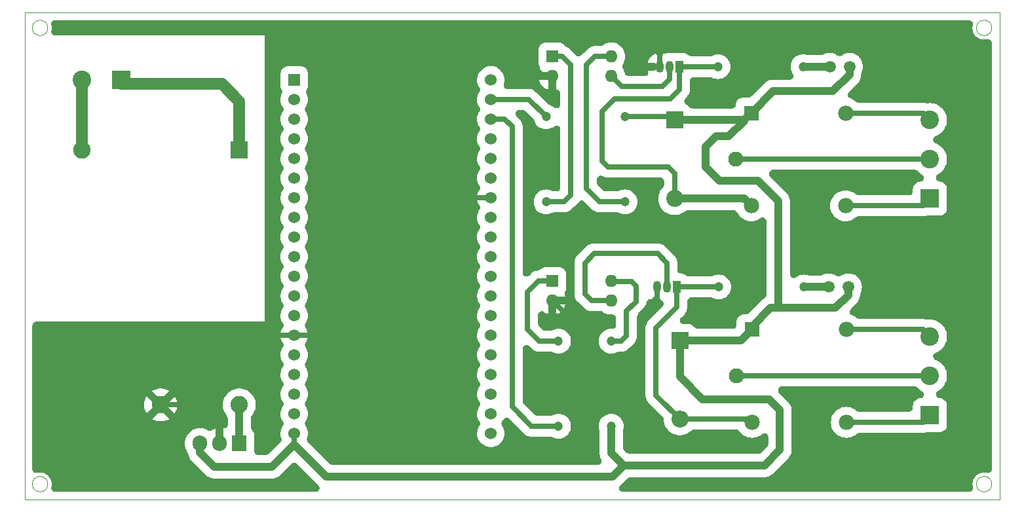
<source format=gbr>
%TF.GenerationSoftware,KiCad,Pcbnew,8.0.6-8.0.6-0~ubuntu22.04.1*%
%TF.CreationDate,2024-11-01T09:16:27+07:00*%
%TF.ProjectId,projectGATE,70726f6a-6563-4744-9741-54452e6b6963,rev?*%
%TF.SameCoordinates,Original*%
%TF.FileFunction,Copper,L2,Bot*%
%TF.FilePolarity,Positive*%
%FSLAX46Y46*%
G04 Gerber Fmt 4.6, Leading zero omitted, Abs format (unit mm)*
G04 Created by KiCad (PCBNEW 8.0.6-8.0.6-0~ubuntu22.04.1) date 2024-11-01 09:16:27*
%MOMM*%
%LPD*%
G01*
G04 APERTURE LIST*
%TA.AperFunction,ComponentPad*%
%ADD10R,2.200000X2.200000*%
%TD*%
%TA.AperFunction,ComponentPad*%
%ADD11O,2.200000X2.200000*%
%TD*%
%TA.AperFunction,ComponentPad*%
%ADD12C,1.508000*%
%TD*%
%TA.AperFunction,ComponentPad*%
%ADD13R,1.905000X2.000000*%
%TD*%
%TA.AperFunction,ComponentPad*%
%ADD14O,1.905000X2.000000*%
%TD*%
%TA.AperFunction,ComponentPad*%
%ADD15C,1.200000*%
%TD*%
%TA.AperFunction,ComponentPad*%
%ADD16R,1.530000X1.530000*%
%TD*%
%TA.AperFunction,ComponentPad*%
%ADD17C,1.530000*%
%TD*%
%TA.AperFunction,ComponentPad*%
%ADD18R,2.250000X2.250000*%
%TD*%
%TA.AperFunction,ComponentPad*%
%ADD19C,2.250000*%
%TD*%
%TA.AperFunction,ComponentPad*%
%ADD20R,2.400000X2.400000*%
%TD*%
%TA.AperFunction,ComponentPad*%
%ADD21C,2.400000*%
%TD*%
%TA.AperFunction,ComponentPad*%
%ADD22R,1.600000X1.600000*%
%TD*%
%TA.AperFunction,ComponentPad*%
%ADD23O,1.600000X1.600000*%
%TD*%
%TA.AperFunction,ComponentPad*%
%ADD24R,1.980000X1.980000*%
%TD*%
%TA.AperFunction,ComponentPad*%
%ADD25C,1.980000*%
%TD*%
%TA.AperFunction,ComponentPad*%
%ADD26C,1.935000*%
%TD*%
%TA.AperFunction,ComponentPad*%
%ADD27R,1.050000X1.500000*%
%TD*%
%TA.AperFunction,ComponentPad*%
%ADD28O,1.050000X1.500000*%
%TD*%
%TA.AperFunction,Conductor*%
%ADD29C,1.000000*%
%TD*%
%TA.AperFunction,Conductor*%
%ADD30C,0.700000*%
%TD*%
%TA.AperFunction,Conductor*%
%ADD31C,1.500000*%
%TD*%
%TA.AperFunction,Profile*%
%ADD32C,0.050000*%
%TD*%
G04 APERTURE END LIST*
D10*
%TO.P,D3,1,K*%
%TO.N,5V*%
X173000000Y-81920000D03*
D11*
%TO.P,D3,2,A*%
%TO.N,Net-(D3-A)*%
X173000000Y-92080000D03*
%TD*%
D12*
%TO.P,D2,1*%
%TO.N,5V*%
X195460000Y-103500000D03*
%TO.P,D2,2*%
%TO.N,Net-(D2-Pad2)*%
X192920000Y-103500000D03*
%TD*%
D13*
%TO.P,U4,1,VI*%
%TO.N,Net-(PS1-+VO)*%
X116750000Y-123750000D03*
D14*
%TO.P,U4,2,GND*%
%TO.N,GND*%
X114210000Y-123750000D03*
%TO.P,U4,3,VO*%
%TO.N,5V*%
X111670000Y-123750000D03*
%TD*%
D15*
%TO.P,R7,1*%
%TO.N,Net-(U1-IO22)*%
X158000000Y-121500000D03*
%TO.P,R7,2*%
%TO.N,Net-(R7-Pad2)*%
X158000000Y-110500000D03*
%TD*%
D16*
%TO.P,U1,1,3V3*%
%TO.N,unconnected-(U1-3V3-Pad1)*%
X123850000Y-76710000D03*
D17*
%TO.P,U1,2,EN*%
%TO.N,unconnected-(U1-EN-Pad2)*%
X123850000Y-79250000D03*
%TO.P,U1,3,SENSOR_VP*%
%TO.N,unconnected-(U1-SENSOR_VP-Pad3)*%
X123850000Y-81790000D03*
%TO.P,U1,4,SENSOR_VN*%
%TO.N,unconnected-(U1-SENSOR_VN-Pad4)*%
X123850000Y-84330000D03*
%TO.P,U1,5,IO34*%
%TO.N,unconnected-(U1-IO34-Pad5)*%
X123850000Y-86870000D03*
%TO.P,U1,6,IO35*%
%TO.N,unconnected-(U1-IO35-Pad6)*%
X123850000Y-89410000D03*
%TO.P,U1,7,IO32*%
%TO.N,unconnected-(U1-IO32-Pad7)*%
X123850000Y-91950000D03*
%TO.P,U1,8,IO33*%
%TO.N,unconnected-(U1-IO33-Pad8)*%
X123850000Y-94490000D03*
%TO.P,U1,9,IO25*%
%TO.N,unconnected-(U1-IO25-Pad9)*%
X123850000Y-97030000D03*
%TO.P,U1,10,IO26*%
%TO.N,unconnected-(U1-IO26-Pad10)*%
X123850000Y-99570000D03*
%TO.P,U1,11,IO27*%
%TO.N,unconnected-(U1-IO27-Pad11)*%
X123850000Y-102110000D03*
%TO.P,U1,12,IO14*%
%TO.N,unconnected-(U1-IO14-Pad12)*%
X123850000Y-104650000D03*
%TO.P,U1,13,IO12*%
%TO.N,unconnected-(U1-IO12-Pad13)*%
X123850000Y-107190000D03*
%TO.P,U1,14,GND1*%
%TO.N,GND*%
X123850000Y-109730000D03*
%TO.P,U1,15,IO13*%
%TO.N,unconnected-(U1-IO13-Pad15)*%
X123850000Y-112270000D03*
%TO.P,U1,16,SD2*%
%TO.N,unconnected-(U1-SD2-Pad16)*%
X123850000Y-114810000D03*
%TO.P,U1,17,SD3*%
%TO.N,unconnected-(U1-SD3-Pad17)*%
X123850000Y-117350000D03*
%TO.P,U1,18,CMD*%
%TO.N,unconnected-(U1-CMD-Pad18)*%
X123850000Y-119890000D03*
%TO.P,U1,19,EXT_5V*%
%TO.N,5V*%
X123850000Y-122430000D03*
%TO.P,U1,20,CLK*%
%TO.N,unconnected-(U1-CLK-Pad20)*%
X149250000Y-122430000D03*
%TO.P,U1,21,SD0*%
%TO.N,unconnected-(U1-SD0-Pad21)*%
X149250000Y-119890000D03*
%TO.P,U1,22,SD1*%
%TO.N,unconnected-(U1-SD1-Pad22)*%
X149250000Y-117350000D03*
%TO.P,U1,23,IO15*%
%TO.N,unconnected-(U1-IO15-Pad23)*%
X149250000Y-114810000D03*
%TO.P,U1,24,IO2*%
%TO.N,unconnected-(U1-IO2-Pad24)*%
X149250000Y-112270000D03*
%TO.P,U1,25,IO0*%
%TO.N,unconnected-(U1-IO0-Pad25)*%
X149250000Y-109730000D03*
%TO.P,U1,26,IO4*%
%TO.N,unconnected-(U1-IO4-Pad26)*%
X149250000Y-107190000D03*
%TO.P,U1,27,IO16*%
%TO.N,unconnected-(U1-IO16-Pad27)*%
X149250000Y-104650000D03*
%TO.P,U1,28,IO17*%
%TO.N,unconnected-(U1-IO17-Pad28)*%
X149250000Y-102110000D03*
%TO.P,U1,29,IO5*%
%TO.N,unconnected-(U1-IO5-Pad29)*%
X149250000Y-99570000D03*
%TO.P,U1,30,IO18*%
%TO.N,unconnected-(U1-IO18-Pad30)*%
X149250000Y-97030000D03*
%TO.P,U1,31,IO19*%
%TO.N,unconnected-(U1-IO19-Pad31)*%
X149250000Y-94490000D03*
%TO.P,U1,32,GND2*%
%TO.N,GND*%
X149250000Y-91950000D03*
%TO.P,U1,33,IO21*%
%TO.N,unconnected-(U1-IO21-Pad33)*%
X149250000Y-89410000D03*
%TO.P,U1,34,RXD0*%
%TO.N,unconnected-(U1-RXD0-Pad34)*%
X149250000Y-86870000D03*
%TO.P,U1,35,TXD0*%
%TO.N,unconnected-(U1-TXD0-Pad35)*%
X149250000Y-84330000D03*
%TO.P,U1,36,IO22*%
%TO.N,Net-(U1-IO22)*%
X149250000Y-81790000D03*
%TO.P,U1,37,IO23*%
%TO.N,Net-(U1-IO23)*%
X149250000Y-79250000D03*
%TO.P,U1,38,GND3*%
%TO.N,unconnected-(U1-GND3-Pad38)*%
X149250000Y-76710000D03*
%TD*%
D18*
%TO.P,PS1,1,AC(N)*%
%TO.N,Net-(PS1-AC(N))*%
X116750000Y-85750000D03*
D19*
%TO.P,PS1,2,AC(L)*%
%TO.N,Net-(PS1-AC(L))*%
X96430000Y-85750000D03*
%TO.P,PS1,3,-VO*%
%TO.N,GND*%
X106590000Y-118750000D03*
%TO.P,PS1,4,+VO*%
%TO.N,Net-(PS1-+VO)*%
X116750000Y-118750000D03*
%TD*%
D20*
%TO.P,J2,1,1*%
%TO.N,Net-(J2-Pad1)*%
X206000000Y-92080000D03*
D21*
%TO.P,J2,2,2*%
%TO.N,Net-(J2-Pad2)*%
X206000000Y-87000000D03*
%TO.P,J2,3,3*%
%TO.N,Net-(J2-Pad3)*%
X206000000Y-81920000D03*
%TD*%
D22*
%TO.P,U2,1*%
%TO.N,Net-(R8-Pad2)*%
X157200000Y-73695000D03*
D23*
%TO.P,U2,2*%
%TO.N,GND*%
X157200000Y-76235000D03*
%TO.P,U2,3*%
%TO.N,Net-(Q1-B)*%
X164820000Y-76235000D03*
%TO.P,U2,4*%
%TO.N,Net-(R9-Pad1)*%
X164820000Y-73695000D03*
%TD*%
D15*
%TO.P,R12,1*%
%TO.N,Net-(D2-Pad2)*%
X189690000Y-103500000D03*
%TO.P,R12,2*%
%TO.N,Net-(D4-A)*%
X178690000Y-103500000D03*
%TD*%
D24*
%TO.P,K2,A1*%
%TO.N,5V*%
X183000000Y-109000000D03*
D25*
%TO.P,K2,A2*%
%TO.N,Net-(D4-A)*%
X183000000Y-121000000D03*
D26*
%TO.P,K2,COM*%
%TO.N,Net-(J3-Pad2)*%
X181000000Y-115000000D03*
D25*
%TO.P,K2,NC*%
%TO.N,Net-(J3-Pad3)*%
X195200000Y-109000000D03*
%TO.P,K2,NO*%
%TO.N,Net-(J3-Pad1)*%
X195200000Y-121000000D03*
%TD*%
D27*
%TO.P,Q2,1,C*%
%TO.N,Net-(D4-A)*%
X173270000Y-103500000D03*
D28*
%TO.P,Q2,2,B*%
%TO.N,Net-(Q2-B)*%
X172000000Y-103500000D03*
%TO.P,Q2,3,E*%
%TO.N,GND*%
X170730000Y-103500000D03*
%TD*%
D12*
%TO.P,D1,1*%
%TO.N,5V*%
X195600000Y-75000000D03*
%TO.P,D1,2*%
%TO.N,Net-(D1-Pad2)*%
X193060000Y-75000000D03*
%TD*%
D20*
%TO.P,J1,1,1*%
%TO.N,Net-(PS1-AC(N))*%
X101500000Y-76750000D03*
D21*
%TO.P,J1,2,2*%
%TO.N,Net-(PS1-AC(L))*%
X96420000Y-76750000D03*
%TD*%
D22*
%TO.P,U3,1*%
%TO.N,Net-(R7-Pad2)*%
X157200000Y-102725000D03*
D23*
%TO.P,U3,2*%
%TO.N,GND*%
X157200000Y-105265000D03*
%TO.P,U3,3*%
%TO.N,Net-(Q2-B)*%
X164820000Y-105265000D03*
%TO.P,U3,4*%
%TO.N,Net-(R11-Pad1)*%
X164820000Y-102725000D03*
%TD*%
D15*
%TO.P,R10,1*%
%TO.N,Net-(D1-Pad2)*%
X189600000Y-75000000D03*
%TO.P,R10,2*%
%TO.N,Net-(D3-A)*%
X178600000Y-75000000D03*
%TD*%
D24*
%TO.P,K1,A1*%
%TO.N,5V*%
X182900000Y-81000000D03*
D25*
%TO.P,K1,A2*%
%TO.N,Net-(D3-A)*%
X182900000Y-93000000D03*
D26*
%TO.P,K1,COM*%
%TO.N,Net-(J2-Pad2)*%
X180900000Y-87000000D03*
D25*
%TO.P,K1,NC*%
%TO.N,Net-(J2-Pad3)*%
X195100000Y-81000000D03*
%TO.P,K1,NO*%
%TO.N,Net-(J2-Pad1)*%
X195100000Y-93000000D03*
%TD*%
D15*
%TO.P,R11,1*%
%TO.N,Net-(R11-Pad1)*%
X164800000Y-110500000D03*
%TO.P,R11,2*%
%TO.N,5V*%
X164800000Y-121500000D03*
%TD*%
D27*
%TO.P,Q1,1,C*%
%TO.N,Net-(D3-A)*%
X173600000Y-75000000D03*
D28*
%TO.P,Q1,2,B*%
%TO.N,Net-(Q1-B)*%
X172330000Y-75000000D03*
%TO.P,Q1,3,E*%
%TO.N,GND*%
X171060000Y-75000000D03*
%TD*%
D10*
%TO.P,D4,1,K*%
%TO.N,5V*%
X173690000Y-110420000D03*
D11*
%TO.P,D4,2,A*%
%TO.N,Net-(D4-A)*%
X173690000Y-120580000D03*
%TD*%
D20*
%TO.P,J3,1,1*%
%TO.N,Net-(J3-Pad1)*%
X206000000Y-120080000D03*
D21*
%TO.P,J3,2,2*%
%TO.N,Net-(J3-Pad2)*%
X206000000Y-115000000D03*
%TO.P,J3,3,3*%
%TO.N,Net-(J3-Pad3)*%
X206000000Y-109920000D03*
%TD*%
D15*
%TO.P,R9,1*%
%TO.N,Net-(R9-Pad1)*%
X166600000Y-92500000D03*
%TO.P,R9,2*%
%TO.N,5V*%
X166600000Y-81500000D03*
%TD*%
%TO.P,R8,1*%
%TO.N,Net-(U1-IO23)*%
X156400000Y-81500000D03*
%TO.P,R8,2*%
%TO.N,Net-(R8-Pad2)*%
X156400000Y-92500000D03*
%TD*%
D29*
%TO.N,Net-(D1-Pad2)*%
X189600000Y-75000000D02*
X193060000Y-75000000D01*
%TO.N,Net-(D2-Pad2)*%
X189690000Y-103500000D02*
X192920000Y-103500000D01*
D30*
%TO.N,Net-(D3-A)*%
X173600000Y-75000000D02*
X173600000Y-78000000D01*
X172200000Y-88000000D02*
X173000000Y-88800000D01*
X163600000Y-80800000D02*
X163600000Y-87200000D01*
D29*
X181980000Y-92080000D02*
X182900000Y-93000000D01*
X173000000Y-92080000D02*
X181980000Y-92080000D01*
D30*
X165200000Y-79200000D02*
X163600000Y-80800000D01*
X173000000Y-88800000D02*
X173000000Y-92080000D01*
X172400000Y-79200000D02*
X165200000Y-79200000D01*
X164400000Y-88000000D02*
X172200000Y-88000000D01*
X163600000Y-87200000D02*
X164400000Y-88000000D01*
X173600000Y-75000000D02*
X178600000Y-75000000D01*
X173600000Y-78000000D02*
X172400000Y-79200000D01*
%TO.N,Net-(D4-A)*%
X173690000Y-120580000D02*
X182580000Y-120580000D01*
X170600000Y-108800000D02*
X173270000Y-106130000D01*
X173690000Y-120580000D02*
X170600000Y-117490000D01*
X178690000Y-103500000D02*
X173270000Y-103500000D01*
X170600000Y-117490000D02*
X170600000Y-108800000D01*
X174110000Y-121000000D02*
X173690000Y-120580000D01*
X182580000Y-120580000D02*
X183000000Y-121000000D01*
X173270000Y-106130000D02*
X173270000Y-103500000D01*
D31*
%TO.N,Net-(PS1-AC(N))*%
X101500000Y-77250000D02*
X114500000Y-77250000D01*
X114500000Y-77250000D02*
X116750000Y-79500000D01*
X116750000Y-79500000D02*
X116750000Y-85750000D01*
D30*
%TO.N,Net-(PS1-AC(L))*%
X96420000Y-85740000D02*
X96430000Y-85750000D01*
D31*
X96420000Y-77250000D02*
X96420000Y-85740000D01*
D30*
%TO.N,Net-(J2-Pad2)*%
X180900000Y-87000000D02*
X206000000Y-87000000D01*
%TO.N,Net-(J2-Pad3)*%
X195100000Y-81000000D02*
X205080000Y-81000000D01*
X205080000Y-81000000D02*
X206000000Y-81920000D01*
%TO.N,Net-(J2-Pad1)*%
X195100000Y-93000000D02*
X205080000Y-93000000D01*
X205080000Y-93000000D02*
X206000000Y-92080000D01*
%TO.N,Net-(J3-Pad2)*%
X181000000Y-115000000D02*
X206000000Y-115000000D01*
%TO.N,Net-(J3-Pad1)*%
X205080000Y-121000000D02*
X206000000Y-120080000D01*
X195200000Y-121000000D02*
X205080000Y-121000000D01*
%TO.N,Net-(J3-Pad3)*%
X195200000Y-109000000D02*
X205080000Y-109000000D01*
X205080000Y-109000000D02*
X206000000Y-109920000D01*
D29*
%TO.N,Net-(PS1-+VO)*%
X116750000Y-118750000D02*
X116750000Y-123750000D01*
D30*
%TO.N,GND*%
X141250000Y-78250000D02*
X147500000Y-72000000D01*
X136000000Y-124000000D02*
X136000000Y-118000000D01*
X120520000Y-109730000D02*
X111500000Y-118750000D01*
X168600000Y-107000000D02*
X170730000Y-104870000D01*
X157200000Y-76235000D02*
X156035000Y-76235000D01*
X128480000Y-109730000D02*
X136000000Y-117250000D01*
X123850000Y-109730000D02*
X128480000Y-109730000D01*
X154200000Y-72000000D02*
X155600000Y-70600000D01*
X159950000Y-115400000D02*
X159950000Y-108015000D01*
X159950000Y-125050000D02*
X159950000Y-115400000D01*
X171060000Y-73060000D02*
X171060000Y-75000000D01*
X141250000Y-92000000D02*
X136000000Y-97250000D01*
X141300000Y-91950000D02*
X141250000Y-92000000D01*
X168600000Y-114600000D02*
X168600000Y-107000000D01*
X114210000Y-121540000D02*
X114210000Y-123750000D01*
X123850000Y-109730000D02*
X120520000Y-109730000D01*
X156035000Y-76235000D02*
X154200000Y-74400000D01*
X168600000Y-70600000D02*
X171060000Y-73060000D01*
X147500000Y-72000000D02*
X154200000Y-72000000D01*
X141250000Y-92000000D02*
X141250000Y-78250000D01*
X114250000Y-121500000D02*
X114210000Y-121540000D01*
X136000000Y-97250000D02*
X136000000Y-118000000D01*
X136000000Y-117250000D02*
X136000000Y-118000000D01*
X170730000Y-104870000D02*
X170730000Y-103500000D01*
X155600000Y-70600000D02*
X168600000Y-70600000D01*
X167800000Y-115400000D02*
X168600000Y-114600000D01*
X138000000Y-126000000D02*
X136000000Y-124000000D01*
X154200000Y-74400000D02*
X154200000Y-72000000D01*
X106590000Y-118750000D02*
X111500000Y-118750000D01*
X111500000Y-118750000D02*
X114250000Y-121500000D01*
X159950000Y-115400000D02*
X167800000Y-115400000D01*
X138000000Y-126000000D02*
X159000000Y-126000000D01*
X149250000Y-91950000D02*
X141300000Y-91950000D01*
X159000000Y-126000000D02*
X159950000Y-125050000D01*
X159950000Y-108015000D02*
X157200000Y-105265000D01*
%TO.N,Net-(Q1-B)*%
X164820000Y-76235000D02*
X166185000Y-77600000D01*
X171400000Y-77600000D02*
X172330000Y-76670000D01*
X166185000Y-77600000D02*
X171400000Y-77600000D01*
X172330000Y-76670000D02*
X172330000Y-75000000D01*
%TO.N,Net-(Q2-B)*%
X162600000Y-99200000D02*
X161400000Y-100400000D01*
X161400000Y-100400000D02*
X161400000Y-104400000D01*
X161400000Y-104400000D02*
X162265000Y-105265000D01*
X172000000Y-100400000D02*
X170800000Y-99200000D01*
X162265000Y-105265000D02*
X164820000Y-105265000D01*
X170800000Y-99200000D02*
X162600000Y-99200000D01*
X172000000Y-103500000D02*
X172000000Y-100400000D01*
%TO.N,Net-(U1-IO23)*%
X156400000Y-81500000D02*
X156400000Y-81600000D01*
X156400000Y-81500000D02*
X154150000Y-79250000D01*
X154150000Y-79250000D02*
X149250000Y-79250000D01*
%TO.N,Net-(U1-IO22)*%
X152000000Y-82750000D02*
X151040000Y-81790000D01*
X154500000Y-121500000D02*
X152000000Y-119000000D01*
X152000000Y-119000000D02*
X152000000Y-82750000D01*
X158000000Y-121500000D02*
X154500000Y-121500000D01*
X151040000Y-81790000D02*
X149250000Y-81790000D01*
D29*
%TO.N,5V*%
X180000000Y-84000000D02*
X178400000Y-84000000D01*
X186600000Y-119400000D02*
X186600000Y-124600000D01*
X166400000Y-126600000D02*
X165000000Y-128000000D01*
X177000000Y-88000000D02*
X178800000Y-89800000D01*
X121000000Y-126750000D02*
X123850000Y-123900000D01*
X186400000Y-92400000D02*
X186400000Y-106200000D01*
X173000000Y-81920000D02*
X181980000Y-81920000D01*
X111670000Y-124920000D02*
X113500000Y-126750000D01*
D30*
X172580000Y-81500000D02*
X173000000Y-81920000D01*
D29*
X185700000Y-78200000D02*
X182900000Y-81000000D01*
X177000000Y-85400000D02*
X177000000Y-88000000D01*
X127950000Y-128000000D02*
X123850000Y-123900000D01*
X195600000Y-75000000D02*
X195600000Y-76066317D01*
X183000000Y-109000000D02*
X183000000Y-108600000D01*
X183000000Y-108600000D02*
X185400000Y-106200000D01*
X181980000Y-81920000D02*
X182900000Y-81000000D01*
X164800000Y-125000000D02*
X166400000Y-126600000D01*
X186400000Y-106200000D02*
X193800000Y-106200000D01*
X173690000Y-115090000D02*
X176600000Y-118000000D01*
X184600000Y-126600000D02*
X166400000Y-126600000D01*
X183800000Y-89800000D02*
X186400000Y-92400000D01*
X165000000Y-128000000D02*
X127950000Y-128000000D01*
X113500000Y-126750000D02*
X121000000Y-126750000D01*
X178400000Y-84000000D02*
X177000000Y-85400000D01*
X181980000Y-81920000D02*
X181980000Y-82020000D01*
X185400000Y-106200000D02*
X186400000Y-106200000D01*
X195460000Y-104540000D02*
X195460000Y-103500000D01*
X181580000Y-110420000D02*
X183000000Y-109000000D01*
X164800000Y-121500000D02*
X164800000Y-125000000D01*
X173690000Y-110420000D02*
X173690000Y-115090000D01*
X173690000Y-110420000D02*
X181580000Y-110420000D01*
D30*
X123850000Y-122430000D02*
X123850000Y-123900000D01*
D29*
X178800000Y-89800000D02*
X183800000Y-89800000D01*
X193800000Y-106200000D02*
X195460000Y-104540000D01*
D30*
X166600000Y-81500000D02*
X172580000Y-81500000D01*
D29*
X176600000Y-118000000D02*
X185200000Y-118000000D01*
X195600000Y-76066317D02*
X193466317Y-78200000D01*
X111670000Y-123750000D02*
X111670000Y-124920000D01*
X193466317Y-78200000D02*
X185700000Y-78200000D01*
X185200000Y-118000000D02*
X186600000Y-119400000D01*
X181980000Y-82020000D02*
X180000000Y-84000000D01*
X186600000Y-124600000D02*
X184600000Y-126600000D01*
D30*
%TO.N,Net-(R7-Pad2)*%
X155400000Y-102725000D02*
X157200000Y-102725000D01*
X154000000Y-109000000D02*
X154000000Y-104125000D01*
X155500000Y-110500000D02*
X154000000Y-109000000D01*
X158000000Y-110500000D02*
X155500000Y-110500000D01*
X154000000Y-104125000D02*
X155400000Y-102725000D01*
%TO.N,Net-(R8-Pad2)*%
X158495000Y-73695000D02*
X159600000Y-74800000D01*
X157200000Y-73695000D02*
X158495000Y-73695000D01*
X159600000Y-91600000D02*
X158700000Y-92500000D01*
X158700000Y-92500000D02*
X156400000Y-92500000D01*
X159600000Y-74800000D02*
X159600000Y-91600000D01*
%TO.N,Net-(R9-Pad1)*%
X161600000Y-90800000D02*
X163300000Y-92500000D01*
X163300000Y-92500000D02*
X166600000Y-92500000D01*
X161600000Y-74800000D02*
X161600000Y-90800000D01*
X162705000Y-73695000D02*
X161600000Y-74800000D01*
X164820000Y-73695000D02*
X162705000Y-73695000D01*
%TO.N,Net-(R11-Pad1)*%
X168000000Y-103400000D02*
X168000000Y-105400000D01*
X166800000Y-109800000D02*
X166100000Y-110500000D01*
X168000000Y-105400000D02*
X166800000Y-106600000D01*
X166800000Y-106600000D02*
X166800000Y-109800000D01*
X164895000Y-102800000D02*
X167400000Y-102800000D01*
X164820000Y-102725000D02*
X164895000Y-102800000D01*
X167400000Y-102800000D02*
X168000000Y-103400000D01*
X166100000Y-110500000D02*
X164800000Y-110500000D01*
%TD*%
%TA.AperFunction,Conductor*%
%TO.N,GND*%
G36*
X211204840Y-69020213D02*
G01*
X211334035Y-69079214D01*
X211441374Y-69172224D01*
X211518161Y-69291708D01*
X211558176Y-69427985D01*
X211558176Y-69570015D01*
X211547985Y-69621498D01*
X211514894Y-69752167D01*
X211514892Y-69752179D01*
X211494357Y-70000000D01*
X211514892Y-70247820D01*
X211514893Y-70247824D01*
X211575936Y-70488878D01*
X211675831Y-70716615D01*
X211809223Y-70920786D01*
X211811836Y-70924785D01*
X211980256Y-71107738D01*
X212176491Y-71260474D01*
X212395190Y-71378828D01*
X212630386Y-71459571D01*
X212630390Y-71459571D01*
X212630391Y-71459572D01*
X212680156Y-71467876D01*
X212875665Y-71500500D01*
X212875668Y-71500500D01*
X213124332Y-71500500D01*
X213124335Y-71500500D01*
X213369614Y-71459571D01*
X213369625Y-71459567D01*
X213378483Y-71457324D01*
X213519727Y-71442402D01*
X213659454Y-71467876D01*
X213786344Y-71531685D01*
X213890117Y-71628657D01*
X213962366Y-71750938D01*
X213997238Y-71888621D01*
X214000000Y-71941050D01*
X214000000Y-127058949D01*
X213979787Y-127199534D01*
X213920786Y-127328729D01*
X213827776Y-127436068D01*
X213708292Y-127512855D01*
X213572015Y-127552870D01*
X213429985Y-127552870D01*
X213378498Y-127542679D01*
X213369607Y-127540427D01*
X213216476Y-127514875D01*
X213124335Y-127499500D01*
X212875665Y-127499500D01*
X212801978Y-127511795D01*
X212630391Y-127540427D01*
X212395187Y-127621173D01*
X212176488Y-127739527D01*
X211980256Y-127892261D01*
X211811835Y-128075215D01*
X211675831Y-128283384D01*
X211575936Y-128511121D01*
X211514893Y-128752175D01*
X211514892Y-128752179D01*
X211494357Y-129000000D01*
X211514892Y-129247820D01*
X211514894Y-129247832D01*
X211547985Y-129378502D01*
X211562903Y-129519746D01*
X211537423Y-129659472D01*
X211473609Y-129786360D01*
X211376632Y-129890129D01*
X211254349Y-129962373D01*
X211116664Y-129997240D01*
X211064255Y-130000000D01*
X166326719Y-130000000D01*
X166186134Y-129979787D01*
X166056939Y-129920786D01*
X165949600Y-129827776D01*
X165872813Y-129708292D01*
X165832798Y-129572015D01*
X165832798Y-129429985D01*
X165872813Y-129293708D01*
X165949600Y-129174224D01*
X165973873Y-129148154D01*
X166875373Y-128246654D01*
X166989074Y-128161538D01*
X167122149Y-128111904D01*
X167228219Y-128100500D01*
X184718092Y-128100500D01*
X184951368Y-128063553D01*
X185175992Y-127990568D01*
X185386434Y-127883343D01*
X185577510Y-127744517D01*
X187744517Y-125577510D01*
X187883343Y-125386434D01*
X187990568Y-125175992D01*
X188062911Y-124953346D01*
X188063552Y-124951373D01*
X188074087Y-124884862D01*
X188100500Y-124718092D01*
X188100500Y-124481908D01*
X188100500Y-119281908D01*
X188092199Y-119229500D01*
X188063553Y-119048632D01*
X188063551Y-119048626D01*
X187990572Y-118824020D01*
X187990571Y-118824018D01*
X187990568Y-118824008D01*
X187932804Y-118710639D01*
X187883343Y-118613566D01*
X187883338Y-118613559D01*
X187744519Y-118422492D01*
X186524373Y-117202346D01*
X186439257Y-117088645D01*
X186389623Y-116955570D01*
X186379490Y-116813902D01*
X186409681Y-116675117D01*
X186477749Y-116550460D01*
X186578179Y-116450030D01*
X186702836Y-116381962D01*
X186841621Y-116351771D01*
X186877219Y-116350500D01*
X204031442Y-116350500D01*
X204172027Y-116370713D01*
X204301222Y-116429714D01*
X204406609Y-116520485D01*
X204440667Y-116559321D01*
X204440671Y-116559325D01*
X204440673Y-116559327D01*
X204657546Y-116749520D01*
X204897389Y-116909778D01*
X204897392Y-116909779D01*
X204897393Y-116909780D01*
X204944993Y-116933254D01*
X205062139Y-117013561D01*
X205151916Y-117123619D01*
X205207048Y-117254512D01*
X205223071Y-117395635D01*
X205198686Y-117535557D01*
X205135868Y-117662940D01*
X205039707Y-117767465D01*
X204917992Y-117840665D01*
X204780585Y-117876609D01*
X204746427Y-117879303D01*
X204741970Y-117879500D01*
X204622582Y-117890114D01*
X204426953Y-117946090D01*
X204426942Y-117946095D01*
X204246592Y-118040302D01*
X204246589Y-118040304D01*
X204088891Y-118168889D01*
X204088889Y-118168891D01*
X203960304Y-118326589D01*
X203960302Y-118326592D01*
X203866095Y-118506942D01*
X203866090Y-118506953D01*
X203810114Y-118702581D01*
X203810114Y-118702582D01*
X203799500Y-118821963D01*
X203799500Y-118821969D01*
X203799500Y-118821970D01*
X203799500Y-119150500D01*
X203779287Y-119291085D01*
X203720286Y-119420280D01*
X203627276Y-119527619D01*
X203507792Y-119604406D01*
X203371515Y-119644421D01*
X203300500Y-119649500D01*
X196871185Y-119649500D01*
X196730600Y-119629287D01*
X196601405Y-119570286D01*
X196518339Y-119503346D01*
X196506830Y-119491837D01*
X196460436Y-119457107D01*
X196278895Y-119321207D01*
X196206922Y-119281907D01*
X196028994Y-119184751D01*
X195762218Y-119085248D01*
X195484009Y-119024728D01*
X195484003Y-119024727D01*
X195484001Y-119024727D01*
X195200000Y-119004415D01*
X194915999Y-119024727D01*
X194915996Y-119024727D01*
X194915990Y-119024728D01*
X194637781Y-119085248D01*
X194371005Y-119184751D01*
X194121111Y-119321203D01*
X194121107Y-119321205D01*
X194121105Y-119321207D01*
X194058394Y-119368152D01*
X193893169Y-119491837D01*
X193691837Y-119693169D01*
X193588836Y-119830763D01*
X193526289Y-119914317D01*
X193521203Y-119921111D01*
X193384751Y-120171005D01*
X193285248Y-120437781D01*
X193224728Y-120715990D01*
X193224727Y-120715996D01*
X193224727Y-120715999D01*
X193204415Y-121000000D01*
X193220563Y-121225787D01*
X193224728Y-121284009D01*
X193285248Y-121562218D01*
X193384751Y-121828994D01*
X193519162Y-122075151D01*
X193521207Y-122078895D01*
X193691837Y-122306830D01*
X193893170Y-122508163D01*
X194121105Y-122678793D01*
X194371004Y-122815248D01*
X194519711Y-122870713D01*
X194637781Y-122914751D01*
X194896664Y-122971067D01*
X194915999Y-122975273D01*
X195200000Y-122995585D01*
X195484001Y-122975273D01*
X195603022Y-122949381D01*
X195762218Y-122914751D01*
X195770527Y-122911652D01*
X196028996Y-122815248D01*
X196278895Y-122678793D01*
X196506830Y-122508163D01*
X196518339Y-122496654D01*
X196632040Y-122411538D01*
X196765115Y-122361904D01*
X196871185Y-122350500D01*
X205186287Y-122350500D01*
X205396243Y-122317246D01*
X205434168Y-122304922D01*
X205574117Y-122280703D01*
X205588372Y-122280499D01*
X207258031Y-122280499D01*
X207258036Y-122280499D01*
X207377418Y-122269886D01*
X207573049Y-122213909D01*
X207753407Y-122119698D01*
X207911109Y-121991109D01*
X208039698Y-121833407D01*
X208133909Y-121653049D01*
X208189886Y-121457418D01*
X208200500Y-121338037D01*
X208200499Y-118821964D01*
X208189886Y-118702582D01*
X208133909Y-118506951D01*
X208039698Y-118326593D01*
X208039695Y-118326589D01*
X207911110Y-118168891D01*
X207911108Y-118168889D01*
X207753410Y-118040304D01*
X207753407Y-118040302D01*
X207573057Y-117946095D01*
X207573054Y-117946093D01*
X207573049Y-117946091D01*
X207377418Y-117890114D01*
X207258037Y-117879500D01*
X207258031Y-117879500D01*
X207258020Y-117879499D01*
X207253579Y-117879302D01*
X207251611Y-117878929D01*
X207247018Y-117878521D01*
X207247058Y-117878067D01*
X207114029Y-117852874D01*
X206987578Y-117788201D01*
X206884469Y-117690522D01*
X206813056Y-117567751D01*
X206779125Y-117429833D01*
X206785424Y-117287943D01*
X206831442Y-117153575D01*
X206913453Y-117037614D01*
X207024812Y-116949456D01*
X207054995Y-116933259D01*
X207102611Y-116909778D01*
X207342454Y-116749520D01*
X207559327Y-116559327D01*
X207749520Y-116342454D01*
X207909778Y-116102611D01*
X208037359Y-115843902D01*
X208130081Y-115570753D01*
X208186356Y-115287839D01*
X208205222Y-115000000D01*
X208186356Y-114712161D01*
X208130081Y-114429247D01*
X208037359Y-114156098D01*
X207909778Y-113897389D01*
X207749520Y-113657546D01*
X207634569Y-113526470D01*
X207559327Y-113440672D01*
X207380108Y-113283502D01*
X207342454Y-113250480D01*
X207102611Y-113090222D01*
X206974355Y-113026973D01*
X206843903Y-112962641D01*
X206797065Y-112946741D01*
X206755160Y-112932517D01*
X206628536Y-112868188D01*
X206525162Y-112770789D01*
X206453417Y-112648212D01*
X206419111Y-112510387D01*
X206425025Y-112368480D01*
X206470680Y-112233987D01*
X206552376Y-112117805D01*
X206663495Y-112029345D01*
X206755159Y-111987483D01*
X206843902Y-111957359D01*
X207102611Y-111829778D01*
X207342454Y-111669520D01*
X207559327Y-111479327D01*
X207749520Y-111262454D01*
X207909778Y-111022611D01*
X208037359Y-110763902D01*
X208130081Y-110490753D01*
X208186356Y-110207839D01*
X208205222Y-109920000D01*
X208186356Y-109632161D01*
X208130081Y-109349247D01*
X208037359Y-109076098D01*
X207909778Y-108817389D01*
X207749520Y-108577546D01*
X207626949Y-108437781D01*
X207559327Y-108360672D01*
X207380108Y-108203502D01*
X207342454Y-108170480D01*
X207102611Y-108010222D01*
X206997060Y-107958170D01*
X206843903Y-107882641D01*
X206696431Y-107832581D01*
X206570753Y-107789919D01*
X206570750Y-107789918D01*
X206570749Y-107789918D01*
X206287843Y-107733644D01*
X206287844Y-107733644D01*
X206000000Y-107714778D01*
X205712146Y-107733645D01*
X205710723Y-107733833D01*
X205709509Y-107733818D01*
X205695862Y-107734713D01*
X205695792Y-107733654D01*
X205568703Y-107732136D01*
X205491412Y-107713676D01*
X205396252Y-107682756D01*
X205396237Y-107682752D01*
X205186287Y-107649500D01*
X196871185Y-107649500D01*
X196730600Y-107629287D01*
X196601405Y-107570286D01*
X196518339Y-107503346D01*
X196506830Y-107491837D01*
X196474524Y-107467653D01*
X196278895Y-107321207D01*
X196028996Y-107184752D01*
X196028995Y-107184751D01*
X196028994Y-107184751D01*
X195961352Y-107159522D01*
X195836695Y-107091454D01*
X195736265Y-106991023D01*
X195668197Y-106866366D01*
X195638006Y-106727582D01*
X195648139Y-106585914D01*
X195697773Y-106452838D01*
X195782886Y-106339140D01*
X196604518Y-105517510D01*
X196743343Y-105326433D01*
X196850568Y-105115992D01*
X196923553Y-104891368D01*
X196936530Y-104809432D01*
X196960500Y-104658092D01*
X196960500Y-104543765D01*
X196980713Y-104403180D01*
X197027354Y-104294263D01*
X197045183Y-104263384D01*
X197070926Y-104197793D01*
X197141248Y-104018613D01*
X197141254Y-104018598D01*
X197199769Y-103762228D01*
X197219420Y-103500000D01*
X197199769Y-103237772D01*
X197141254Y-102981402D01*
X197102080Y-102881588D01*
X197045185Y-102736620D01*
X196920240Y-102520208D01*
X196913701Y-102508883D01*
X196749746Y-102303290D01*
X196742473Y-102296542D01*
X196556978Y-102124428D01*
X196556976Y-102124426D01*
X196339716Y-101976301D01*
X196339710Y-101976298D01*
X196102788Y-101862202D01*
X196101248Y-101861727D01*
X196004891Y-101832004D01*
X195851508Y-101784692D01*
X195851506Y-101784691D01*
X195851504Y-101784691D01*
X195729920Y-101766365D01*
X195591482Y-101745500D01*
X195328518Y-101745500D01*
X195231559Y-101760114D01*
X195068495Y-101784691D01*
X194817217Y-101862200D01*
X194817214Y-101862201D01*
X194817212Y-101862202D01*
X194696764Y-101920207D01*
X194580288Y-101976299D01*
X194471096Y-102050745D01*
X194343553Y-102113238D01*
X194203570Y-102137266D01*
X194062488Y-102120884D01*
X193931736Y-102065418D01*
X193908904Y-102050745D01*
X193833741Y-101999500D01*
X193799710Y-101976298D01*
X193562788Y-101862202D01*
X193561248Y-101861727D01*
X193464891Y-101832004D01*
X193311508Y-101784692D01*
X193311506Y-101784691D01*
X193311504Y-101784691D01*
X193189920Y-101766365D01*
X193051482Y-101745500D01*
X192788518Y-101745500D01*
X192691559Y-101760114D01*
X192528495Y-101784691D01*
X192277217Y-101862200D01*
X192277214Y-101862201D01*
X192277212Y-101862202D01*
X192094721Y-101950085D01*
X191959292Y-101992870D01*
X191878217Y-101999500D01*
X190346314Y-101999500D01*
X190205729Y-101979287D01*
X190192119Y-101975079D01*
X190186113Y-101973127D01*
X189941153Y-101914318D01*
X189941151Y-101914317D01*
X189941148Y-101914317D01*
X189690000Y-101894551D01*
X189438852Y-101914317D01*
X189438848Y-101914317D01*
X189438846Y-101914318D01*
X189193889Y-101973127D01*
X189193887Y-101973127D01*
X188961140Y-102069534D01*
X188746348Y-102201159D01*
X188746341Y-102201164D01*
X188723570Y-102220612D01*
X188603543Y-102296542D01*
X188466983Y-102335582D01*
X188324956Y-102334567D01*
X188188969Y-102293579D01*
X188070037Y-102215940D01*
X187977797Y-102107938D01*
X187919720Y-101978325D01*
X187900500Y-101841166D01*
X187900500Y-92281907D01*
X187863553Y-92048632D01*
X187863551Y-92048626D01*
X187790569Y-91824011D01*
X187790568Y-91824010D01*
X187790568Y-91824008D01*
X187741972Y-91728632D01*
X187683343Y-91613566D01*
X187651898Y-91570286D01*
X187544519Y-91422492D01*
X185324373Y-89202346D01*
X185239257Y-89088645D01*
X185189623Y-88955570D01*
X185179490Y-88813902D01*
X185209681Y-88675117D01*
X185277749Y-88550460D01*
X185378179Y-88450030D01*
X185502836Y-88381962D01*
X185641621Y-88351771D01*
X185677219Y-88350500D01*
X204031442Y-88350500D01*
X204172027Y-88370713D01*
X204301222Y-88429714D01*
X204406609Y-88520485D01*
X204440667Y-88559321D01*
X204440671Y-88559325D01*
X204440673Y-88559327D01*
X204657546Y-88749520D01*
X204897389Y-88909778D01*
X204897392Y-88909779D01*
X204897393Y-88909780D01*
X204944993Y-88933254D01*
X205062139Y-89013561D01*
X205151916Y-89123619D01*
X205207048Y-89254512D01*
X205223071Y-89395635D01*
X205198686Y-89535557D01*
X205135868Y-89662940D01*
X205039707Y-89767465D01*
X204917992Y-89840665D01*
X204780585Y-89876609D01*
X204746427Y-89879303D01*
X204741970Y-89879500D01*
X204622582Y-89890114D01*
X204426953Y-89946090D01*
X204426942Y-89946095D01*
X204246592Y-90040302D01*
X204246589Y-90040304D01*
X204088891Y-90168889D01*
X204088889Y-90168891D01*
X203960304Y-90326589D01*
X203960302Y-90326592D01*
X203866095Y-90506942D01*
X203866090Y-90506953D01*
X203812690Y-90693579D01*
X203810114Y-90702582D01*
X203799500Y-90821963D01*
X203799500Y-90821969D01*
X203799500Y-90821970D01*
X203799500Y-91150500D01*
X203779287Y-91291085D01*
X203720286Y-91420280D01*
X203627276Y-91527619D01*
X203507792Y-91604406D01*
X203371515Y-91644421D01*
X203300500Y-91649500D01*
X196771185Y-91649500D01*
X196630600Y-91629287D01*
X196501405Y-91570286D01*
X196418339Y-91503346D01*
X196406830Y-91491837D01*
X196384011Y-91474755D01*
X196178895Y-91321207D01*
X195928996Y-91184752D01*
X195928995Y-91184751D01*
X195928994Y-91184751D01*
X195662218Y-91085248D01*
X195384009Y-91024728D01*
X195384003Y-91024727D01*
X195384001Y-91024727D01*
X195100000Y-91004415D01*
X194815999Y-91024727D01*
X194815996Y-91024727D01*
X194815990Y-91024728D01*
X194537781Y-91085248D01*
X194271005Y-91184751D01*
X194021111Y-91321203D01*
X194021107Y-91321205D01*
X194021105Y-91321207D01*
X193930763Y-91388836D01*
X193793169Y-91491837D01*
X193591837Y-91693169D01*
X193421203Y-91921111D01*
X193284751Y-92171005D01*
X193185248Y-92437781D01*
X193124728Y-92715990D01*
X193124727Y-92715996D01*
X193124727Y-92715999D01*
X193104415Y-93000000D01*
X193120783Y-93228859D01*
X193124728Y-93284009D01*
X193185248Y-93562218D01*
X193284751Y-93828994D01*
X193412988Y-94063844D01*
X193421207Y-94078895D01*
X193591837Y-94306830D01*
X193793170Y-94508163D01*
X194021105Y-94678793D01*
X194271004Y-94815248D01*
X194429696Y-94874437D01*
X194537781Y-94914751D01*
X194796664Y-94971067D01*
X194815999Y-94975273D01*
X195100000Y-94995585D01*
X195384001Y-94975273D01*
X195503022Y-94949381D01*
X195662218Y-94914751D01*
X195662221Y-94914750D01*
X195928996Y-94815248D01*
X196178895Y-94678793D01*
X196406830Y-94508163D01*
X196418339Y-94496654D01*
X196532040Y-94411538D01*
X196665115Y-94361904D01*
X196771185Y-94350500D01*
X205186287Y-94350500D01*
X205396243Y-94317246D01*
X205434168Y-94304922D01*
X205574117Y-94280703D01*
X205588372Y-94280499D01*
X207258031Y-94280499D01*
X207258036Y-94280499D01*
X207377418Y-94269886D01*
X207573049Y-94213909D01*
X207753407Y-94119698D01*
X207911109Y-93991109D01*
X208039698Y-93833407D01*
X208133909Y-93653049D01*
X208189886Y-93457418D01*
X208200500Y-93338037D01*
X208200499Y-90821964D01*
X208189886Y-90702582D01*
X208133909Y-90506951D01*
X208039698Y-90326593D01*
X207996046Y-90273058D01*
X207911110Y-90168891D01*
X207911108Y-90168889D01*
X207753410Y-90040304D01*
X207753407Y-90040302D01*
X207573057Y-89946095D01*
X207573054Y-89946093D01*
X207573049Y-89946091D01*
X207523268Y-89931847D01*
X207377418Y-89890114D01*
X207258037Y-89879500D01*
X207258031Y-89879500D01*
X207258020Y-89879499D01*
X207253579Y-89879302D01*
X207251611Y-89878929D01*
X207247018Y-89878521D01*
X207247058Y-89878067D01*
X207114029Y-89852874D01*
X206987578Y-89788201D01*
X206884469Y-89690522D01*
X206813056Y-89567751D01*
X206779125Y-89429833D01*
X206785424Y-89287943D01*
X206831442Y-89153575D01*
X206913453Y-89037614D01*
X207024812Y-88949456D01*
X207054995Y-88933259D01*
X207102611Y-88909778D01*
X207342454Y-88749520D01*
X207559327Y-88559327D01*
X207749520Y-88342454D01*
X207909778Y-88102611D01*
X208037359Y-87843902D01*
X208130081Y-87570753D01*
X208186356Y-87287839D01*
X208205222Y-87000000D01*
X208186356Y-86712161D01*
X208130081Y-86429247D01*
X208037359Y-86156098D01*
X207909778Y-85897389D01*
X207749520Y-85657546D01*
X207641360Y-85534213D01*
X207559327Y-85440672D01*
X207435678Y-85332235D01*
X207342454Y-85250480D01*
X207102611Y-85090222D01*
X207015079Y-85047056D01*
X206843903Y-84962641D01*
X206797065Y-84946741D01*
X206755160Y-84932517D01*
X206628536Y-84868188D01*
X206525162Y-84770789D01*
X206453417Y-84648212D01*
X206419111Y-84510387D01*
X206425025Y-84368480D01*
X206470680Y-84233987D01*
X206552376Y-84117805D01*
X206663495Y-84029345D01*
X206755159Y-83987483D01*
X206843902Y-83957359D01*
X207102611Y-83829778D01*
X207342454Y-83669520D01*
X207559327Y-83479327D01*
X207749520Y-83262454D01*
X207909778Y-83022611D01*
X208037359Y-82763902D01*
X208130081Y-82490753D01*
X208186356Y-82207839D01*
X208205222Y-81920000D01*
X208186356Y-81632161D01*
X208130081Y-81349247D01*
X208037359Y-81076098D01*
X207909778Y-80817389D01*
X207749520Y-80577546D01*
X207626949Y-80437781D01*
X207559327Y-80360672D01*
X207435678Y-80252235D01*
X207342454Y-80170480D01*
X207102611Y-80010222D01*
X207006382Y-79962767D01*
X206843903Y-79882641D01*
X206689163Y-79830114D01*
X206570753Y-79789919D01*
X206570750Y-79789918D01*
X206570749Y-79789918D01*
X206287843Y-79733644D01*
X206287844Y-79733644D01*
X206000000Y-79714778D01*
X205712146Y-79733645D01*
X205710723Y-79733833D01*
X205709509Y-79733818D01*
X205695862Y-79734713D01*
X205695792Y-79733654D01*
X205568703Y-79732136D01*
X205491412Y-79713676D01*
X205396252Y-79682756D01*
X205396237Y-79682752D01*
X205186287Y-79649500D01*
X196771185Y-79649500D01*
X196630600Y-79629287D01*
X196501405Y-79570286D01*
X196418339Y-79503346D01*
X196406830Y-79491837D01*
X196178895Y-79321207D01*
X195928996Y-79184752D01*
X195928995Y-79184751D01*
X195928994Y-79184751D01*
X195691150Y-79096040D01*
X195566493Y-79027972D01*
X195466063Y-78927542D01*
X195397995Y-78802885D01*
X195367804Y-78664100D01*
X195377937Y-78522432D01*
X195427571Y-78389357D01*
X195512687Y-78275656D01*
X195743394Y-78044949D01*
X196744517Y-77043827D01*
X196883343Y-76852751D01*
X196990568Y-76642310D01*
X197027149Y-76529724D01*
X197063553Y-76417685D01*
X197100500Y-76184409D01*
X197100500Y-76043765D01*
X197120713Y-75903180D01*
X197167354Y-75794263D01*
X197185183Y-75763384D01*
X197198734Y-75728858D01*
X197281248Y-75518613D01*
X197281254Y-75518598D01*
X197339769Y-75262228D01*
X197359420Y-75000000D01*
X197339769Y-74737772D01*
X197281254Y-74481402D01*
X197280074Y-74478395D01*
X197185185Y-74236620D01*
X197179747Y-74227200D01*
X197053701Y-74008883D01*
X196889746Y-73803290D01*
X196853752Y-73769893D01*
X196696978Y-73624428D01*
X196696976Y-73624426D01*
X196479716Y-73476301D01*
X196479710Y-73476298D01*
X196242788Y-73362202D01*
X196241251Y-73361728D01*
X196130216Y-73327478D01*
X195991508Y-73284692D01*
X195991506Y-73284691D01*
X195991504Y-73284691D01*
X195869920Y-73266365D01*
X195731482Y-73245500D01*
X195468518Y-73245500D01*
X195371559Y-73260114D01*
X195208495Y-73284691D01*
X194957217Y-73362200D01*
X194957214Y-73362201D01*
X194957212Y-73362202D01*
X194818773Y-73428871D01*
X194720288Y-73476299D01*
X194611096Y-73550745D01*
X194483553Y-73613238D01*
X194343570Y-73637266D01*
X194202488Y-73620884D01*
X194071736Y-73565418D01*
X194048904Y-73550745D01*
X193973741Y-73499500D01*
X193939710Y-73476298D01*
X193702788Y-73362202D01*
X193701251Y-73361728D01*
X193590216Y-73327478D01*
X193451508Y-73284692D01*
X193451506Y-73284691D01*
X193451504Y-73284691D01*
X193329920Y-73266365D01*
X193191482Y-73245500D01*
X192928518Y-73245500D01*
X192831559Y-73260114D01*
X192668495Y-73284691D01*
X192417217Y-73362200D01*
X192417214Y-73362201D01*
X192417212Y-73362202D01*
X192234721Y-73450085D01*
X192099292Y-73492870D01*
X192018217Y-73499500D01*
X190256314Y-73499500D01*
X190115729Y-73479287D01*
X190102119Y-73475079D01*
X190096113Y-73473127D01*
X189851153Y-73414318D01*
X189851151Y-73414317D01*
X189851148Y-73414317D01*
X189600000Y-73394551D01*
X189348852Y-73414317D01*
X189348848Y-73414317D01*
X189348846Y-73414318D01*
X189103889Y-73473127D01*
X189103887Y-73473127D01*
X188871140Y-73569534D01*
X188656348Y-73701159D01*
X188656333Y-73701169D01*
X188464777Y-73864773D01*
X188464773Y-73864777D01*
X188301169Y-74056333D01*
X188301159Y-74056348D01*
X188169534Y-74271140D01*
X188073127Y-74503887D01*
X188073127Y-74503889D01*
X188022324Y-74715502D01*
X188014317Y-74748852D01*
X187994551Y-75000000D01*
X188014317Y-75251148D01*
X188072980Y-75495500D01*
X188073127Y-75496110D01*
X188073127Y-75496112D01*
X188169533Y-75728858D01*
X188298783Y-75939774D01*
X188355003Y-76070203D01*
X188372201Y-76211188D01*
X188348981Y-76351308D01*
X188287226Y-76479210D01*
X188191938Y-76584532D01*
X188070837Y-76658742D01*
X187933734Y-76695829D01*
X187873315Y-76699500D01*
X185581908Y-76699500D01*
X185348632Y-76736446D01*
X185348626Y-76736448D01*
X185124020Y-76809427D01*
X185124002Y-76809434D01*
X184913575Y-76916651D01*
X184913568Y-76916655D01*
X184722490Y-77055483D01*
X184722488Y-77055484D01*
X182914625Y-78863346D01*
X182800924Y-78948462D01*
X182667849Y-78998096D01*
X182561780Y-79009500D01*
X181851969Y-79009500D01*
X181732582Y-79020114D01*
X181536953Y-79076090D01*
X181536942Y-79076095D01*
X181356592Y-79170302D01*
X181356589Y-79170304D01*
X181198891Y-79298889D01*
X181198889Y-79298891D01*
X181070304Y-79456589D01*
X181070302Y-79456592D01*
X180976095Y-79636942D01*
X180976090Y-79636953D01*
X180920114Y-79832581D01*
X180918863Y-79846653D01*
X180909500Y-79951963D01*
X180909500Y-79951969D01*
X180908521Y-79962982D01*
X180906106Y-79962767D01*
X180883465Y-80082241D01*
X180818776Y-80208684D01*
X180721083Y-80311780D01*
X180598303Y-80383177D01*
X180460381Y-80417091D01*
X180411405Y-80419500D01*
X175301354Y-80419500D01*
X175160769Y-80399287D01*
X175031574Y-80340286D01*
X174924235Y-80247276D01*
X174914640Y-80235862D01*
X174811109Y-80108891D01*
X174811106Y-80108887D01*
X174653410Y-79980304D01*
X174653408Y-79980303D01*
X174653407Y-79980302D01*
X174517522Y-79909322D01*
X174402274Y-79826316D01*
X174315078Y-79714203D01*
X174263000Y-79582065D01*
X174250259Y-79440607D01*
X174277888Y-79301290D01*
X174343647Y-79175400D01*
X174395708Y-79114187D01*
X174630104Y-78879792D01*
X174755051Y-78707816D01*
X174851557Y-78518412D01*
X174851560Y-78518403D01*
X174917243Y-78316253D01*
X174917243Y-78316249D01*
X174917246Y-78316243D01*
X174935082Y-78203635D01*
X174950500Y-78106287D01*
X174950500Y-76849500D01*
X174970713Y-76708915D01*
X175029714Y-76579720D01*
X175122724Y-76472381D01*
X175242208Y-76395594D01*
X175378485Y-76355579D01*
X175449500Y-76350500D01*
X177599916Y-76350500D01*
X177740501Y-76370713D01*
X177860642Y-76424032D01*
X177871141Y-76430466D01*
X178103889Y-76526873D01*
X178348852Y-76585683D01*
X178600000Y-76605449D01*
X178851148Y-76585683D01*
X179096111Y-76526873D01*
X179328859Y-76430466D01*
X179543659Y-76298836D01*
X179619572Y-76234000D01*
X179735222Y-76135226D01*
X179735226Y-76135222D01*
X179898830Y-75943666D01*
X179898829Y-75943666D01*
X179898836Y-75943659D01*
X180030466Y-75728859D01*
X180126873Y-75496111D01*
X180185683Y-75251148D01*
X180205449Y-75000000D01*
X180185683Y-74748852D01*
X180126873Y-74503889D01*
X180030466Y-74271141D01*
X179898836Y-74056341D01*
X179898832Y-74056337D01*
X179898830Y-74056333D01*
X179735226Y-73864777D01*
X179735222Y-73864773D01*
X179543666Y-73701169D01*
X179543660Y-73701165D01*
X179543659Y-73701164D01*
X179512616Y-73682141D01*
X179328859Y-73569534D01*
X179096111Y-73473127D01*
X178851153Y-73414318D01*
X178851151Y-73414317D01*
X178851148Y-73414317D01*
X178600000Y-73394551D01*
X178348852Y-73414317D01*
X178348848Y-73414317D01*
X178348846Y-73414318D01*
X178103889Y-73473127D01*
X178103887Y-73473127D01*
X177871142Y-73569533D01*
X177867636Y-73571682D01*
X177860642Y-73575967D01*
X177730217Y-73632187D01*
X177599916Y-73649500D01*
X175149415Y-73649500D01*
X175008830Y-73629287D01*
X174879635Y-73570286D01*
X174834077Y-73537234D01*
X174759346Y-73476299D01*
X174678407Y-73410302D01*
X174585417Y-73361728D01*
X174498057Y-73316095D01*
X174498054Y-73316093D01*
X174498049Y-73316091D01*
X174388314Y-73284692D01*
X174302418Y-73260114D01*
X174183037Y-73249500D01*
X174183029Y-73249500D01*
X173016970Y-73249500D01*
X172897582Y-73260114D01*
X172897572Y-73260116D01*
X172868211Y-73268517D01*
X172727490Y-73287756D01*
X172652888Y-73281625D01*
X172450059Y-73249500D01*
X172209941Y-73249500D01*
X171972784Y-73287061D01*
X171972768Y-73287065D01*
X171848393Y-73327478D01*
X171708443Y-73351697D01*
X171567338Y-73335507D01*
X171560614Y-73333532D01*
X171530549Y-73355375D01*
X171480786Y-73464343D01*
X171387776Y-73571682D01*
X171354294Y-73598271D01*
X171352294Y-73599724D01*
X171226676Y-73666001D01*
X171087473Y-73694203D01*
X170945965Y-73682045D01*
X170813613Y-73630511D01*
X170701142Y-73543778D01*
X170617661Y-73428871D01*
X170592136Y-73357327D01*
X170560000Y-73333979D01*
X170474601Y-73361728D01*
X170260725Y-73470703D01*
X170260718Y-73470708D01*
X170066528Y-73611794D01*
X169896794Y-73781528D01*
X169755708Y-73975718D01*
X169755706Y-73975720D01*
X169646726Y-74189605D01*
X169572550Y-74417890D01*
X169559545Y-74500000D01*
X170305500Y-74500000D01*
X170446085Y-74520213D01*
X170575280Y-74579214D01*
X170682619Y-74672224D01*
X170752999Y-74781739D01*
X170710556Y-74855255D01*
X170685000Y-74950630D01*
X170685000Y-75049370D01*
X170710556Y-75144745D01*
X170750917Y-75214653D01*
X170725286Y-75270780D01*
X170632276Y-75378119D01*
X170512792Y-75454906D01*
X170376515Y-75494921D01*
X170305500Y-75500000D01*
X169559546Y-75500000D01*
X169572549Y-75582105D01*
X169577161Y-75596296D01*
X169601381Y-75736246D01*
X169585192Y-75877351D01*
X169529905Y-76008179D01*
X169439999Y-76118131D01*
X169322758Y-76198300D01*
X169187680Y-76242191D01*
X169102585Y-76249500D01*
X167068053Y-76249500D01*
X166927468Y-76229287D01*
X166798273Y-76170286D01*
X166690934Y-76077276D01*
X166614147Y-75957792D01*
X166581564Y-75861539D01*
X166566208Y-75794260D01*
X166545334Y-75702805D01*
X166535071Y-75676656D01*
X166446744Y-75451604D01*
X166446743Y-75451602D01*
X166309852Y-75214498D01*
X166257066Y-75082642D01*
X166243565Y-74941255D01*
X166270445Y-74801791D01*
X166309852Y-74715502D01*
X166334838Y-74672224D01*
X166446743Y-74478398D01*
X166545334Y-74227195D01*
X166605383Y-73964103D01*
X166625549Y-73695000D01*
X166605383Y-73425897D01*
X166545334Y-73162805D01*
X166446743Y-72911602D01*
X166311815Y-72677898D01*
X166201804Y-72539949D01*
X166143563Y-72466917D01*
X166067435Y-72396281D01*
X165945741Y-72283365D01*
X165722775Y-72131349D01*
X165639428Y-72091211D01*
X165479649Y-72014265D01*
X165479646Y-72014264D01*
X165479643Y-72014263D01*
X165479641Y-72014262D01*
X165221772Y-71934720D01*
X165221770Y-71934719D01*
X165221768Y-71934719D01*
X165115805Y-71918748D01*
X164954929Y-71894500D01*
X164685071Y-71894500D01*
X164561458Y-71913131D01*
X164418230Y-71934719D01*
X164332735Y-71961091D01*
X164160359Y-72014262D01*
X164160355Y-72014263D01*
X164160349Y-72014266D01*
X163917233Y-72131345D01*
X163917222Y-72131351D01*
X163731765Y-72257794D01*
X163604222Y-72320287D01*
X163464239Y-72344315D01*
X163450669Y-72344500D01*
X162598713Y-72344500D01*
X162388762Y-72377752D01*
X162388746Y-72377756D01*
X162186596Y-72443439D01*
X162186588Y-72443443D01*
X161997192Y-72539944D01*
X161997182Y-72539950D01*
X161825205Y-72664898D01*
X161825201Y-72664901D01*
X161674897Y-72815207D01*
X161674896Y-72815208D01*
X161674893Y-72815211D01*
X161244604Y-73245500D01*
X160952845Y-73537259D01*
X160839144Y-73622374D01*
X160706069Y-73672008D01*
X160564400Y-73682141D01*
X160425616Y-73651950D01*
X160300959Y-73583882D01*
X160247153Y-73537258D01*
X159542540Y-72832645D01*
X159542520Y-72832623D01*
X159374799Y-72664902D01*
X159374794Y-72664898D01*
X159374792Y-72664896D01*
X159202816Y-72539949D01*
X159013412Y-72443443D01*
X159013411Y-72443442D01*
X159013406Y-72443440D01*
X158995303Y-72435942D01*
X158996721Y-72432517D01*
X158902219Y-72386026D01*
X158797601Y-72289965D01*
X158797238Y-72289519D01*
X158711110Y-72183891D01*
X158711108Y-72183889D01*
X158553410Y-72055304D01*
X158553407Y-72055302D01*
X158373057Y-71961095D01*
X158373054Y-71961093D01*
X158373049Y-71961091D01*
X158280886Y-71934720D01*
X158177418Y-71905114D01*
X158058037Y-71894500D01*
X158058029Y-71894500D01*
X156341969Y-71894500D01*
X156222582Y-71905114D01*
X156026953Y-71961090D01*
X156026942Y-71961095D01*
X155846592Y-72055302D01*
X155846589Y-72055304D01*
X155688891Y-72183889D01*
X155688889Y-72183891D01*
X155560304Y-72341589D01*
X155560302Y-72341592D01*
X155466095Y-72521942D01*
X155466090Y-72521953D01*
X155421469Y-72677898D01*
X155410114Y-72717582D01*
X155399500Y-72836963D01*
X155399500Y-72836969D01*
X155399500Y-72836970D01*
X155399500Y-74553030D01*
X155408170Y-74650556D01*
X155410114Y-74672418D01*
X155466091Y-74868049D01*
X155553050Y-75034525D01*
X155600223Y-75168487D01*
X155607743Y-75310318D01*
X155575262Y-75447859D01*
X155475146Y-75702952D01*
X155467832Y-75735000D01*
X157201000Y-75735000D01*
X157341585Y-75755213D01*
X157470780Y-75814214D01*
X157578119Y-75907224D01*
X157654906Y-76026708D01*
X157694921Y-76162985D01*
X157700000Y-76234000D01*
X157700000Y-77964456D01*
X157716257Y-77976454D01*
X157743714Y-77972125D01*
X157884561Y-77990425D01*
X158014546Y-78047664D01*
X158123140Y-78139205D01*
X158201546Y-78257634D01*
X158243410Y-78393354D01*
X158249500Y-78471079D01*
X158249500Y-79892410D01*
X158229287Y-80032995D01*
X158170286Y-80162190D01*
X158077276Y-80269529D01*
X157957792Y-80346316D01*
X157821515Y-80386331D01*
X157679485Y-80386331D01*
X157543208Y-80346316D01*
X157426428Y-80271855D01*
X157371662Y-80225081D01*
X157343659Y-80201164D01*
X157294442Y-80171004D01*
X157128859Y-80069534D01*
X156896109Y-79973126D01*
X156896105Y-79973125D01*
X156884134Y-79970251D01*
X156752153Y-79917777D01*
X156647780Y-79837885D01*
X155197540Y-78387645D01*
X155197520Y-78387623D01*
X155029799Y-78219902D01*
X155029794Y-78219898D01*
X155029792Y-78219896D01*
X154857816Y-78094949D01*
X154857811Y-78094946D01*
X154857807Y-78094944D01*
X154737223Y-78033504D01*
X154668412Y-77998443D01*
X154668409Y-77998442D01*
X154668403Y-77998439D01*
X154466253Y-77932756D01*
X154466237Y-77932752D01*
X154256287Y-77899500D01*
X151411660Y-77899500D01*
X151271075Y-77879287D01*
X151141880Y-77820286D01*
X151034541Y-77727276D01*
X150957754Y-77607792D01*
X150917739Y-77471515D01*
X150917739Y-77329485D01*
X150938638Y-77250412D01*
X150936292Y-77249689D01*
X150941788Y-77231865D01*
X150941795Y-77231850D01*
X151000677Y-76973872D01*
X151018578Y-76735000D01*
X155467832Y-76735000D01*
X155475146Y-76767047D01*
X155475146Y-76767048D01*
X155573704Y-77018171D01*
X155573710Y-77018182D01*
X155708594Y-77251809D01*
X155708606Y-77251827D01*
X155876799Y-77462735D01*
X155876810Y-77462746D01*
X156074570Y-77646241D01*
X156297470Y-77798212D01*
X156297479Y-77798217D01*
X156540544Y-77915272D01*
X156699998Y-77964457D01*
X156700000Y-77964456D01*
X156700000Y-76735000D01*
X155467832Y-76735000D01*
X151018578Y-76735000D01*
X151020451Y-76710000D01*
X151000677Y-76446128D01*
X150941795Y-76188150D01*
X150939514Y-76182339D01*
X156800000Y-76182339D01*
X156800000Y-76287661D01*
X156827259Y-76389394D01*
X156879920Y-76480606D01*
X156954394Y-76555080D01*
X157045606Y-76607741D01*
X157147339Y-76635000D01*
X157252661Y-76635000D01*
X157354394Y-76607741D01*
X157445606Y-76555080D01*
X157520080Y-76480606D01*
X157572741Y-76389394D01*
X157600000Y-76287661D01*
X157600000Y-76182339D01*
X157572741Y-76080606D01*
X157520080Y-75989394D01*
X157445606Y-75914920D01*
X157354394Y-75862259D01*
X157252661Y-75835000D01*
X157147339Y-75835000D01*
X157045606Y-75862259D01*
X156954394Y-75914920D01*
X156879920Y-75989394D01*
X156827259Y-76080606D01*
X156800000Y-76182339D01*
X150939514Y-76182339D01*
X150845121Y-75941830D01*
X150712815Y-75712669D01*
X150547832Y-75505787D01*
X150503076Y-75464260D01*
X150353862Y-75325810D01*
X150353858Y-75325806D01*
X150353851Y-75325801D01*
X150135237Y-75176750D01*
X150135232Y-75176747D01*
X150135224Y-75176743D01*
X149896818Y-75061934D01*
X149643962Y-74983938D01*
X149643960Y-74983937D01*
X149643955Y-74983936D01*
X149466987Y-74957263D01*
X149382306Y-74944500D01*
X149117694Y-74944500D01*
X148999383Y-74962332D01*
X148856041Y-74983937D01*
X148781549Y-75006915D01*
X148643914Y-75049370D01*
X148603176Y-75061936D01*
X148364783Y-75176738D01*
X148364775Y-75176743D01*
X148146140Y-75325806D01*
X147952170Y-75505784D01*
X147787192Y-75712659D01*
X147787179Y-75712678D01*
X147654881Y-75941825D01*
X147654881Y-75941826D01*
X147654879Y-75941830D01*
X147628839Y-76008179D01*
X147558204Y-76188152D01*
X147520965Y-76351308D01*
X147499323Y-76446128D01*
X147479549Y-76710000D01*
X147499323Y-76973872D01*
X147558205Y-77231850D01*
X147654879Y-77478170D01*
X147654881Y-77478173D01*
X147654881Y-77478174D01*
X147796521Y-77723502D01*
X147794162Y-77724863D01*
X147843944Y-77826485D01*
X147867962Y-77966470D01*
X147851568Y-78107551D01*
X147796091Y-78238298D01*
X147790095Y-78247626D01*
X147654881Y-78481825D01*
X147654881Y-78481826D01*
X147654879Y-78481830D01*
X147646411Y-78503407D01*
X147558204Y-78728152D01*
X147523593Y-78879793D01*
X147499323Y-78986128D01*
X147479549Y-79250000D01*
X147499323Y-79513872D01*
X147499324Y-79513876D01*
X147549728Y-79734713D01*
X147558205Y-79771850D01*
X147654879Y-80018170D01*
X147654881Y-80018173D01*
X147654881Y-80018174D01*
X147796521Y-80263502D01*
X147794162Y-80264863D01*
X147843944Y-80366485D01*
X147867962Y-80506470D01*
X147851568Y-80647551D01*
X147796091Y-80778298D01*
X147790095Y-80787626D01*
X147654881Y-81021825D01*
X147654881Y-81021826D01*
X147654879Y-81021830D01*
X147611826Y-81131527D01*
X147558204Y-81268152D01*
X147499324Y-81526123D01*
X147499323Y-81526128D01*
X147479549Y-81790000D01*
X147499323Y-82053872D01*
X147499324Y-82053876D01*
X147539885Y-82231588D01*
X147558205Y-82311850D01*
X147654879Y-82558170D01*
X147654881Y-82558173D01*
X147654881Y-82558174D01*
X147796521Y-82803502D01*
X147794162Y-82804863D01*
X147843944Y-82906485D01*
X147867962Y-83046470D01*
X147851568Y-83187551D01*
X147796091Y-83318298D01*
X147790095Y-83327626D01*
X147654881Y-83561825D01*
X147654881Y-83561826D01*
X147654879Y-83561830D01*
X147642754Y-83592724D01*
X147558204Y-83808152D01*
X147502590Y-84051813D01*
X147499323Y-84066128D01*
X147479549Y-84330000D01*
X147499323Y-84593872D01*
X147499324Y-84593876D01*
X147549484Y-84813644D01*
X147558205Y-84851850D01*
X147654879Y-85098170D01*
X147654881Y-85098173D01*
X147654881Y-85098174D01*
X147796521Y-85343502D01*
X147794162Y-85344863D01*
X147843944Y-85446485D01*
X147867962Y-85586470D01*
X147851568Y-85727551D01*
X147796091Y-85858298D01*
X147790095Y-85867626D01*
X147654881Y-86101825D01*
X147654881Y-86101826D01*
X147654879Y-86101830D01*
X147624052Y-86180375D01*
X147558204Y-86348152D01*
X147507504Y-86570286D01*
X147499323Y-86606128D01*
X147479549Y-86870000D01*
X147499323Y-87133872D01*
X147499324Y-87133876D01*
X147555151Y-87378473D01*
X147558205Y-87391850D01*
X147654879Y-87638170D01*
X147654881Y-87638173D01*
X147654881Y-87638174D01*
X147796521Y-87883502D01*
X147794162Y-87884863D01*
X147843944Y-87986485D01*
X147867962Y-88126470D01*
X147851568Y-88267551D01*
X147796091Y-88398298D01*
X147790095Y-88407626D01*
X147654881Y-88641825D01*
X147654881Y-88641826D01*
X147654879Y-88641830D01*
X147612614Y-88749520D01*
X147558204Y-88888152D01*
X147501285Y-89137532D01*
X147499323Y-89146128D01*
X147479549Y-89410000D01*
X147499323Y-89673872D01*
X147499324Y-89673876D01*
X147546256Y-89879501D01*
X147558205Y-89931850D01*
X147654879Y-90178170D01*
X147654881Y-90178173D01*
X147654881Y-90178174D01*
X147796521Y-90423502D01*
X147794226Y-90424826D01*
X147844239Y-90526901D01*
X147868265Y-90666885D01*
X147851880Y-90807966D01*
X147796411Y-90938717D01*
X147790572Y-90947803D01*
X147655330Y-91182049D01*
X147655327Y-91182054D01*
X147558686Y-91428292D01*
X147558686Y-91428294D01*
X147499821Y-91686197D01*
X147499820Y-91686199D01*
X147480051Y-91950000D01*
X147499820Y-92213800D01*
X147499821Y-92213802D01*
X147558686Y-92471705D01*
X147558686Y-92471707D01*
X147655327Y-92717945D01*
X147655330Y-92717950D01*
X147796935Y-92963217D01*
X147794551Y-92964593D01*
X147844246Y-93066034D01*
X147868265Y-93206018D01*
X147851873Y-93347099D01*
X147796398Y-93477847D01*
X147789941Y-93487893D01*
X147654881Y-93721825D01*
X147654881Y-93721826D01*
X147654879Y-93721830D01*
X147597585Y-93867813D01*
X147558204Y-93968152D01*
X147518668Y-94141371D01*
X147499323Y-94226128D01*
X147479549Y-94490000D01*
X147499323Y-94753872D01*
X147499324Y-94753876D01*
X147554492Y-94995585D01*
X147558205Y-95011850D01*
X147654879Y-95258170D01*
X147654881Y-95258173D01*
X147654881Y-95258174D01*
X147796521Y-95503502D01*
X147794162Y-95504863D01*
X147843944Y-95606485D01*
X147867962Y-95746470D01*
X147851568Y-95887551D01*
X147796091Y-96018298D01*
X147790095Y-96027626D01*
X147654881Y-96261825D01*
X147654881Y-96261826D01*
X147558204Y-96508152D01*
X147499324Y-96766123D01*
X147499323Y-96766128D01*
X147479549Y-97030000D01*
X147499323Y-97293872D01*
X147558205Y-97551850D01*
X147654879Y-97798170D01*
X147654881Y-97798173D01*
X147654881Y-97798174D01*
X147796521Y-98043502D01*
X147794162Y-98044863D01*
X147843944Y-98146485D01*
X147867962Y-98286470D01*
X147851568Y-98427551D01*
X147796091Y-98558298D01*
X147790095Y-98567626D01*
X147654881Y-98801825D01*
X147654881Y-98801826D01*
X147558204Y-99048152D01*
X147499324Y-99306123D01*
X147499323Y-99306128D01*
X147479549Y-99570000D01*
X147499323Y-99833872D01*
X147558205Y-100091850D01*
X147654879Y-100338170D01*
X147654881Y-100338173D01*
X147654881Y-100338174D01*
X147796521Y-100583502D01*
X147794162Y-100584863D01*
X147843944Y-100686485D01*
X147867962Y-100826470D01*
X147851568Y-100967551D01*
X147796091Y-101098298D01*
X147790095Y-101107626D01*
X147654881Y-101341825D01*
X147654881Y-101341826D01*
X147654879Y-101341830D01*
X147602333Y-101475715D01*
X147558204Y-101588152D01*
X147499533Y-101845207D01*
X147499323Y-101846128D01*
X147479549Y-102110000D01*
X147499323Y-102373872D01*
X147512060Y-102429679D01*
X147540970Y-102556341D01*
X147558205Y-102631850D01*
X147654879Y-102878170D01*
X147654881Y-102878173D01*
X147654881Y-102878174D01*
X147796521Y-103123502D01*
X147794162Y-103124863D01*
X147843944Y-103226485D01*
X147867962Y-103366470D01*
X147851568Y-103507551D01*
X147796091Y-103638298D01*
X147790095Y-103647626D01*
X147654881Y-103881825D01*
X147654881Y-103881826D01*
X147654879Y-103881830D01*
X147601201Y-104018598D01*
X147558204Y-104128152D01*
X147522298Y-104285468D01*
X147499323Y-104386128D01*
X147479549Y-104650000D01*
X147499323Y-104913872D01*
X147506410Y-104944920D01*
X147552193Y-105145513D01*
X147558205Y-105171850D01*
X147654879Y-105418170D01*
X147654881Y-105418173D01*
X147654881Y-105418174D01*
X147796521Y-105663502D01*
X147794162Y-105664863D01*
X147843944Y-105766485D01*
X147867962Y-105906470D01*
X147851568Y-106047551D01*
X147796091Y-106178298D01*
X147790095Y-106187626D01*
X147654881Y-106421825D01*
X147654881Y-106421826D01*
X147654879Y-106421830D01*
X147627051Y-106492735D01*
X147558204Y-106668152D01*
X147512963Y-106866366D01*
X147499323Y-106926128D01*
X147479549Y-107190000D01*
X147499323Y-107453872D01*
X147499324Y-107453876D01*
X147551563Y-107682752D01*
X147558205Y-107711850D01*
X147654879Y-107958170D01*
X147654881Y-107958173D01*
X147654881Y-107958174D01*
X147796521Y-108203502D01*
X147794162Y-108204863D01*
X147843944Y-108306485D01*
X147867962Y-108446470D01*
X147851568Y-108587551D01*
X147796091Y-108718298D01*
X147790095Y-108727626D01*
X147654881Y-108961825D01*
X147654881Y-108961826D01*
X147654879Y-108961830D01*
X147612608Y-109069534D01*
X147558204Y-109208152D01*
X147510570Y-109416853D01*
X147499323Y-109466128D01*
X147479549Y-109730000D01*
X147499323Y-109993872D01*
X147499324Y-109993876D01*
X147557520Y-110248852D01*
X147558205Y-110251850D01*
X147654879Y-110498170D01*
X147654881Y-110498173D01*
X147654881Y-110498174D01*
X147796521Y-110743502D01*
X147794162Y-110744863D01*
X147843944Y-110846485D01*
X147867962Y-110986470D01*
X147851568Y-111127551D01*
X147796091Y-111258298D01*
X147790095Y-111267626D01*
X147654881Y-111501825D01*
X147654881Y-111501826D01*
X147654879Y-111501830D01*
X147602525Y-111635225D01*
X147558204Y-111748152D01*
X147499324Y-112006123D01*
X147499323Y-112006128D01*
X147479549Y-112270000D01*
X147499323Y-112533872D01*
X147499324Y-112533876D01*
X147542114Y-112721354D01*
X147558205Y-112791850D01*
X147654879Y-113038170D01*
X147654881Y-113038173D01*
X147654881Y-113038174D01*
X147796521Y-113283502D01*
X147794162Y-113284863D01*
X147843944Y-113386485D01*
X147867962Y-113526470D01*
X147851568Y-113667551D01*
X147796091Y-113798298D01*
X147790095Y-113807626D01*
X147654881Y-114041825D01*
X147654881Y-114041826D01*
X147558204Y-114288152D01*
X147522602Y-114444135D01*
X147499323Y-114546128D01*
X147479549Y-114810000D01*
X147499323Y-115073872D01*
X147499324Y-115073876D01*
X147548160Y-115287843D01*
X147558205Y-115331850D01*
X147654879Y-115578170D01*
X147654881Y-115578173D01*
X147654881Y-115578174D01*
X147796521Y-115823502D01*
X147794162Y-115824863D01*
X147843944Y-115926485D01*
X147867962Y-116066470D01*
X147851568Y-116207551D01*
X147796091Y-116338298D01*
X147790095Y-116347626D01*
X147654881Y-116581825D01*
X147654881Y-116581826D01*
X147654879Y-116581830D01*
X147601963Y-116716657D01*
X147558204Y-116828152D01*
X147529122Y-116955570D01*
X147499323Y-117086128D01*
X147479549Y-117350000D01*
X147499323Y-117613872D01*
X147512060Y-117669679D01*
X147543230Y-117806243D01*
X147558205Y-117871850D01*
X147654879Y-118118170D01*
X147654881Y-118118173D01*
X147654881Y-118118174D01*
X147796521Y-118363502D01*
X147794162Y-118364863D01*
X147843944Y-118466485D01*
X147867962Y-118606470D01*
X147851568Y-118747551D01*
X147796091Y-118878298D01*
X147790095Y-118887626D01*
X147654881Y-119121825D01*
X147654881Y-119121826D01*
X147654879Y-119121830D01*
X147592053Y-119281907D01*
X147558204Y-119368152D01*
X147505610Y-119598583D01*
X147499323Y-119626128D01*
X147479549Y-119890000D01*
X147499323Y-120153872D01*
X147499324Y-120153876D01*
X147557393Y-120408295D01*
X147558205Y-120411850D01*
X147654879Y-120658170D01*
X147654881Y-120658173D01*
X147654881Y-120658174D01*
X147796521Y-120903502D01*
X147794162Y-120904863D01*
X147843944Y-121006485D01*
X147867962Y-121146470D01*
X147851568Y-121287551D01*
X147796091Y-121418298D01*
X147790095Y-121427626D01*
X147654881Y-121661825D01*
X147654881Y-121661826D01*
X147654879Y-121661830D01*
X147607356Y-121782916D01*
X147558204Y-121908152D01*
X147509920Y-122119698D01*
X147499323Y-122166128D01*
X147479549Y-122430000D01*
X147499323Y-122693872D01*
X147499324Y-122693876D01*
X147558204Y-122951847D01*
X147558204Y-122951848D01*
X147558205Y-122951850D01*
X147654879Y-123198170D01*
X147654881Y-123198173D01*
X147654881Y-123198174D01*
X147718905Y-123309067D01*
X147787185Y-123427331D01*
X147787190Y-123427338D01*
X147787192Y-123427340D01*
X147952170Y-123634215D01*
X148146140Y-123814193D01*
X148364775Y-123963256D01*
X148364783Y-123963261D01*
X148582222Y-124067972D01*
X148603182Y-124078066D01*
X148856038Y-124156062D01*
X149117694Y-124195500D01*
X149117697Y-124195500D01*
X149382303Y-124195500D01*
X149382306Y-124195500D01*
X149643962Y-124156062D01*
X149896818Y-124078066D01*
X150135226Y-123963256D01*
X150135232Y-123963252D01*
X150135237Y-123963249D01*
X150240347Y-123891585D01*
X150353858Y-123814194D01*
X150547832Y-123634213D01*
X150712815Y-123427331D01*
X150845121Y-123198170D01*
X150941795Y-122951850D01*
X151000677Y-122693872D01*
X151020451Y-122430000D01*
X151000677Y-122166128D01*
X150941795Y-121908150D01*
X150845121Y-121661830D01*
X150712815Y-121432669D01*
X150703479Y-121416498D01*
X150705840Y-121415134D01*
X150656070Y-121313561D01*
X150632039Y-121173579D01*
X150648419Y-121032496D01*
X150703883Y-120901744D01*
X150709897Y-120892384D01*
X150712812Y-120887333D01*
X150712815Y-120887331D01*
X150845121Y-120658170D01*
X150845122Y-120658167D01*
X150850543Y-120648778D01*
X150938340Y-120537135D01*
X151054034Y-120454749D01*
X151188252Y-120408295D01*
X151330122Y-120401536D01*
X151468148Y-120435021D01*
X151591150Y-120506036D01*
X151635536Y-120545431D01*
X153457367Y-122367262D01*
X153457375Y-122367271D01*
X153620201Y-122530098D01*
X153620205Y-122530101D01*
X153620208Y-122530104D01*
X153792184Y-122655051D01*
X153981588Y-122751557D01*
X153981593Y-122751558D01*
X153981596Y-122751560D01*
X154183746Y-122817243D01*
X154183753Y-122817244D01*
X154183757Y-122817246D01*
X154183759Y-122817246D01*
X154183762Y-122817247D01*
X154393713Y-122850500D01*
X156999916Y-122850500D01*
X157140501Y-122870713D01*
X157260642Y-122924032D01*
X157271141Y-122930466D01*
X157503889Y-123026873D01*
X157748852Y-123085683D01*
X158000000Y-123105449D01*
X158251148Y-123085683D01*
X158496111Y-123026873D01*
X158728859Y-122930466D01*
X158943659Y-122798836D01*
X158999017Y-122751556D01*
X159135222Y-122635226D01*
X159135226Y-122635222D01*
X159298830Y-122443666D01*
X159298829Y-122443666D01*
X159298836Y-122443659D01*
X159430466Y-122228859D01*
X159526873Y-121996111D01*
X159585683Y-121751148D01*
X159605449Y-121500000D01*
X159585683Y-121248852D01*
X159526873Y-121003889D01*
X159430466Y-120771141D01*
X159298836Y-120556341D01*
X159298832Y-120556337D01*
X159298830Y-120556333D01*
X159135226Y-120364777D01*
X159135222Y-120364773D01*
X158943666Y-120201169D01*
X158943660Y-120201165D01*
X158943659Y-120201164D01*
X158894442Y-120171004D01*
X158728859Y-120069534D01*
X158496111Y-119973127D01*
X158251153Y-119914318D01*
X158251151Y-119914317D01*
X158251148Y-119914317D01*
X158000000Y-119894551D01*
X157748852Y-119914317D01*
X157748848Y-119914317D01*
X157748846Y-119914318D01*
X157503889Y-119973127D01*
X157503887Y-119973127D01*
X157271142Y-120069533D01*
X157267121Y-120071997D01*
X157260642Y-120075967D01*
X157130217Y-120132187D01*
X156999916Y-120149500D01*
X155266087Y-120149500D01*
X155125502Y-120129287D01*
X154996307Y-120070286D01*
X154913241Y-120003346D01*
X153496654Y-118586759D01*
X153411538Y-118473058D01*
X153361904Y-118339983D01*
X153350500Y-118233913D01*
X153350500Y-111465087D01*
X153370713Y-111324502D01*
X153429714Y-111195307D01*
X153522724Y-111087968D01*
X153642208Y-111011181D01*
X153778485Y-110971166D01*
X153920515Y-110971166D01*
X154056792Y-111011181D01*
X154176276Y-111087968D01*
X154202321Y-111112217D01*
X154469895Y-111379791D01*
X154469897Y-111379793D01*
X154620201Y-111530098D01*
X154620205Y-111530101D01*
X154620208Y-111530104D01*
X154792184Y-111655051D01*
X154981588Y-111751557D01*
X154981593Y-111751558D01*
X154981596Y-111751560D01*
X155183746Y-111817243D01*
X155183753Y-111817244D01*
X155183757Y-111817246D01*
X155183759Y-111817246D01*
X155183762Y-111817247D01*
X155393713Y-111850500D01*
X156999916Y-111850500D01*
X157140501Y-111870713D01*
X157260642Y-111924032D01*
X157271141Y-111930466D01*
X157503889Y-112026873D01*
X157748852Y-112085683D01*
X158000000Y-112105449D01*
X158251148Y-112085683D01*
X158496111Y-112026873D01*
X158728859Y-111930466D01*
X158943659Y-111798836D01*
X158999012Y-111751560D01*
X159135224Y-111635225D01*
X159135226Y-111635222D01*
X159298830Y-111443666D01*
X159298829Y-111443666D01*
X159298836Y-111443659D01*
X159430466Y-111228859D01*
X159526873Y-110996111D01*
X159585683Y-110751148D01*
X159605449Y-110500000D01*
X159585683Y-110248852D01*
X159526873Y-110003889D01*
X159430466Y-109771141D01*
X159298836Y-109556341D01*
X159298832Y-109556337D01*
X159298830Y-109556333D01*
X159135226Y-109364777D01*
X159135222Y-109364773D01*
X158943666Y-109201169D01*
X158943660Y-109201165D01*
X158943659Y-109201164D01*
X158728859Y-109069534D01*
X158496111Y-108973127D01*
X158449988Y-108962054D01*
X158251153Y-108914318D01*
X158251151Y-108914317D01*
X158251148Y-108914317D01*
X158000000Y-108894551D01*
X157748852Y-108914317D01*
X157748848Y-108914317D01*
X157748846Y-108914318D01*
X157503889Y-108973127D01*
X157503887Y-108973127D01*
X157271142Y-109069533D01*
X157267121Y-109071997D01*
X157260642Y-109075967D01*
X157130217Y-109132187D01*
X156999916Y-109149500D01*
X156266088Y-109149500D01*
X156125503Y-109129287D01*
X155996308Y-109070286D01*
X155913242Y-109003346D01*
X155496654Y-108586758D01*
X155411538Y-108473057D01*
X155361904Y-108339982D01*
X155350500Y-108233912D01*
X155350500Y-107126733D01*
X155370713Y-106986148D01*
X155429714Y-106856953D01*
X155522724Y-106749614D01*
X155642208Y-106672827D01*
X155778485Y-106632812D01*
X155920515Y-106632812D01*
X156056792Y-106672827D01*
X156130597Y-106714440D01*
X156297470Y-106828212D01*
X156297479Y-106828217D01*
X156540544Y-106945272D01*
X156699998Y-106994457D01*
X156700000Y-106994456D01*
X157700000Y-106994456D01*
X157700001Y-106994457D01*
X157859445Y-106945275D01*
X157859466Y-106945267D01*
X158102517Y-106828220D01*
X158102523Y-106828216D01*
X158325428Y-106676242D01*
X158523190Y-106492745D01*
X158523200Y-106492735D01*
X158691393Y-106281827D01*
X158691405Y-106281809D01*
X158826289Y-106048182D01*
X158826295Y-106048171D01*
X158924853Y-105797048D01*
X158924853Y-105797047D01*
X158932168Y-105765000D01*
X157700000Y-105765000D01*
X157700000Y-106994456D01*
X156700000Y-106994456D01*
X156700000Y-105264000D01*
X156707428Y-105212339D01*
X156800000Y-105212339D01*
X156800000Y-105317661D01*
X156827259Y-105419394D01*
X156879920Y-105510606D01*
X156954394Y-105585080D01*
X157045606Y-105637741D01*
X157147339Y-105665000D01*
X157252661Y-105665000D01*
X157354394Y-105637741D01*
X157445606Y-105585080D01*
X157520080Y-105510606D01*
X157572741Y-105419394D01*
X157600000Y-105317661D01*
X157600000Y-105212339D01*
X157572741Y-105110606D01*
X157520080Y-105019394D01*
X157445606Y-104944920D01*
X157354394Y-104892259D01*
X157252661Y-104865000D01*
X157147339Y-104865000D01*
X157045606Y-104892259D01*
X156954394Y-104944920D01*
X156879920Y-105019394D01*
X156827259Y-105110606D01*
X156800000Y-105212339D01*
X156707428Y-105212339D01*
X156720213Y-105123415D01*
X156779214Y-104994220D01*
X156872224Y-104886881D01*
X156991708Y-104810094D01*
X157127985Y-104770079D01*
X157199000Y-104765000D01*
X158932167Y-104765000D01*
X158924853Y-104732952D01*
X158924852Y-104732949D01*
X158824738Y-104477864D01*
X158792192Y-104339613D01*
X158799914Y-104197793D01*
X158846947Y-104064527D01*
X158933909Y-103898049D01*
X158989886Y-103702418D01*
X159000500Y-103583037D01*
X159000499Y-101866964D01*
X158989886Y-101747582D01*
X158933909Y-101551951D01*
X158839698Y-101371593D01*
X158839695Y-101371589D01*
X158711110Y-101213891D01*
X158711108Y-101213889D01*
X158553410Y-101085304D01*
X158553407Y-101085302D01*
X158373057Y-100991095D01*
X158373054Y-100991093D01*
X158373049Y-100991091D01*
X158290780Y-100967551D01*
X158177418Y-100935114D01*
X158058037Y-100924500D01*
X158058029Y-100924500D01*
X156341969Y-100924500D01*
X156222582Y-100935114D01*
X156026953Y-100991090D01*
X156026942Y-100991095D01*
X155846592Y-101085302D01*
X155846589Y-101085304D01*
X155688891Y-101213889D01*
X155674435Y-101228346D01*
X155560734Y-101313462D01*
X155427659Y-101363096D01*
X155321589Y-101374500D01*
X155293713Y-101374500D01*
X155083762Y-101407752D01*
X155083746Y-101407756D01*
X154881596Y-101473439D01*
X154881588Y-101473443D01*
X154692192Y-101569944D01*
X154692182Y-101569950D01*
X154520205Y-101694898D01*
X154520201Y-101694901D01*
X154369897Y-101845207D01*
X154202346Y-102012758D01*
X154088645Y-102097874D01*
X153955570Y-102147508D01*
X153813902Y-102157641D01*
X153675117Y-102127450D01*
X153550460Y-102059382D01*
X153450030Y-101958952D01*
X153381962Y-101834295D01*
X153351771Y-101695510D01*
X153350500Y-101659912D01*
X153350500Y-82643712D01*
X153317247Y-82433762D01*
X153317243Y-82433746D01*
X153251560Y-82231596D01*
X153251558Y-82231593D01*
X153251557Y-82231588D01*
X153155051Y-82042184D01*
X153030104Y-81870208D01*
X153030101Y-81870205D01*
X153030098Y-81870201D01*
X152867271Y-81707375D01*
X152867262Y-81707367D01*
X152612241Y-81452346D01*
X152527125Y-81338645D01*
X152477491Y-81205570D01*
X152467358Y-81063902D01*
X152497549Y-80925117D01*
X152565617Y-80800460D01*
X152666047Y-80700030D01*
X152790704Y-80631962D01*
X152929489Y-80601771D01*
X152965087Y-80600500D01*
X153383913Y-80600500D01*
X153524498Y-80620713D01*
X153653693Y-80679714D01*
X153736759Y-80746654D01*
X154737885Y-81747780D01*
X154823001Y-81861481D01*
X154870251Y-81984134D01*
X154873125Y-81996105D01*
X154873126Y-81996109D01*
X154969534Y-82228859D01*
X155101159Y-82443651D01*
X155101169Y-82443666D01*
X155264773Y-82635222D01*
X155264777Y-82635226D01*
X155456333Y-82798830D01*
X155456337Y-82798832D01*
X155456341Y-82798836D01*
X155671141Y-82930466D01*
X155903889Y-83026873D01*
X156148852Y-83085683D01*
X156400000Y-83105449D01*
X156651148Y-83085683D01*
X156896111Y-83026873D01*
X157128859Y-82930466D01*
X157343659Y-82798836D01*
X157426427Y-82728145D01*
X157546455Y-82652214D01*
X157683014Y-82613174D01*
X157825041Y-82614188D01*
X157961029Y-82655175D01*
X158079961Y-82732813D01*
X158172202Y-82840814D01*
X158230279Y-82970427D01*
X158249500Y-83107589D01*
X158249500Y-90650500D01*
X158229287Y-90791085D01*
X158170286Y-90920280D01*
X158077276Y-91027619D01*
X157957792Y-91104406D01*
X157821515Y-91144421D01*
X157750500Y-91149500D01*
X157400084Y-91149500D01*
X157259499Y-91129287D01*
X157139357Y-91075967D01*
X157128859Y-91069534D01*
X157020687Y-91024728D01*
X156896111Y-90973127D01*
X156651153Y-90914318D01*
X156651151Y-90914317D01*
X156651148Y-90914317D01*
X156400000Y-90894551D01*
X156148852Y-90914317D01*
X156148848Y-90914317D01*
X156148846Y-90914318D01*
X155903889Y-90973127D01*
X155903887Y-90973127D01*
X155671140Y-91069534D01*
X155456348Y-91201159D01*
X155456333Y-91201169D01*
X155264777Y-91364773D01*
X155264773Y-91364777D01*
X155101169Y-91556333D01*
X155101159Y-91556348D01*
X154969534Y-91771140D01*
X154873127Y-92003887D01*
X154873127Y-92003889D01*
X154822732Y-92213802D01*
X154814317Y-92248852D01*
X154794551Y-92500000D01*
X154814317Y-92751148D01*
X154814317Y-92751151D01*
X154814318Y-92751153D01*
X154836113Y-92841934D01*
X154865298Y-92963502D01*
X154873127Y-92996110D01*
X154873127Y-92996112D01*
X154969534Y-93228859D01*
X155101159Y-93443651D01*
X155101169Y-93443666D01*
X155264773Y-93635222D01*
X155264777Y-93635226D01*
X155456333Y-93798830D01*
X155456337Y-93798832D01*
X155456341Y-93798836D01*
X155671141Y-93930466D01*
X155903889Y-94026873D01*
X156148852Y-94085683D01*
X156400000Y-94105449D01*
X156651148Y-94085683D01*
X156896111Y-94026873D01*
X157128859Y-93930466D01*
X157139357Y-93924032D01*
X157269783Y-93867813D01*
X157400084Y-93850500D01*
X158806287Y-93850500D01*
X159016237Y-93817247D01*
X159016237Y-93817246D01*
X159016243Y-93817246D01*
X159016249Y-93817243D01*
X159016253Y-93817243D01*
X159218403Y-93751560D01*
X159218406Y-93751559D01*
X159218406Y-93751558D01*
X159218412Y-93751557D01*
X159407816Y-93655051D01*
X159407822Y-93655047D01*
X159410588Y-93653038D01*
X159579792Y-93530104D01*
X159758536Y-93351360D01*
X159758553Y-93351341D01*
X159955682Y-93154213D01*
X160630104Y-92479792D01*
X160630104Y-92479791D01*
X160643968Y-92465928D01*
X160646382Y-92468342D01*
X160726957Y-92397504D01*
X160855724Y-92337574D01*
X160996160Y-92316350D01*
X161136886Y-92335551D01*
X161266502Y-92393621D01*
X161352596Y-92462491D01*
X162257367Y-93367262D01*
X162257375Y-93367271D01*
X162420201Y-93530098D01*
X162420205Y-93530101D01*
X162420208Y-93530104D01*
X162592184Y-93655051D01*
X162781588Y-93751557D01*
X162781593Y-93751558D01*
X162781596Y-93751560D01*
X162983746Y-93817243D01*
X162983753Y-93817244D01*
X162983757Y-93817246D01*
X162983759Y-93817246D01*
X162983762Y-93817247D01*
X163193713Y-93850500D01*
X165599916Y-93850500D01*
X165740501Y-93870713D01*
X165860642Y-93924032D01*
X165871141Y-93930466D01*
X166103889Y-94026873D01*
X166348852Y-94085683D01*
X166600000Y-94105449D01*
X166851148Y-94085683D01*
X167096111Y-94026873D01*
X167328859Y-93930466D01*
X167543659Y-93798836D01*
X167599017Y-93751556D01*
X167735222Y-93635226D01*
X167735226Y-93635222D01*
X167898830Y-93443666D01*
X167898829Y-93443666D01*
X167898836Y-93443659D01*
X168030466Y-93228859D01*
X168126873Y-92996111D01*
X168185683Y-92751148D01*
X168205449Y-92500000D01*
X168185683Y-92248852D01*
X168126873Y-92003889D01*
X168030466Y-91771141D01*
X167898836Y-91556341D01*
X167898832Y-91556337D01*
X167898830Y-91556333D01*
X167735226Y-91364777D01*
X167735222Y-91364773D01*
X167543666Y-91201169D01*
X167543660Y-91201165D01*
X167543659Y-91201164D01*
X167516875Y-91184751D01*
X167328859Y-91069534D01*
X167096111Y-90973127D01*
X166851153Y-90914318D01*
X166851151Y-90914317D01*
X166851148Y-90914317D01*
X166600000Y-90894551D01*
X166348852Y-90914317D01*
X166348848Y-90914317D01*
X166348846Y-90914318D01*
X166103889Y-90973127D01*
X166103887Y-90973127D01*
X165871142Y-91069533D01*
X165867121Y-91071997D01*
X165860642Y-91075967D01*
X165730217Y-91132187D01*
X165599916Y-91149500D01*
X164066087Y-91149500D01*
X163925502Y-91129287D01*
X163796307Y-91070286D01*
X163713241Y-91003346D01*
X163096654Y-90386759D01*
X163011538Y-90273058D01*
X162961904Y-90139983D01*
X162950500Y-90033913D01*
X162950500Y-89591438D01*
X162970713Y-89450853D01*
X163029714Y-89321658D01*
X163122724Y-89214319D01*
X163242208Y-89137532D01*
X163378485Y-89097517D01*
X163520515Y-89097517D01*
X163656792Y-89137532D01*
X163676041Y-89146825D01*
X163692180Y-89155048D01*
X163692184Y-89155051D01*
X163881588Y-89251557D01*
X164083757Y-89317246D01*
X164293713Y-89350501D01*
X164526889Y-89350501D01*
X164526913Y-89350500D01*
X171150500Y-89350500D01*
X171291085Y-89370713D01*
X171420280Y-89429714D01*
X171527619Y-89522724D01*
X171604406Y-89642208D01*
X171644421Y-89778485D01*
X171649500Y-89849500D01*
X171649500Y-90251836D01*
X171629287Y-90392421D01*
X171570286Y-90521616D01*
X171515187Y-90592430D01*
X171366817Y-90751295D01*
X171366813Y-90751299D01*
X171201097Y-90986066D01*
X171068894Y-91241205D01*
X170972668Y-91511960D01*
X170972664Y-91511973D01*
X170914204Y-91793303D01*
X170914202Y-91793313D01*
X170894592Y-92080000D01*
X170914202Y-92366686D01*
X170914204Y-92366696D01*
X170972664Y-92648026D01*
X170972668Y-92648039D01*
X171068894Y-92918794D01*
X171165797Y-93105806D01*
X171201099Y-93173936D01*
X171366811Y-93408698D01*
X171562947Y-93618708D01*
X171785853Y-93800055D01*
X172031375Y-93949361D01*
X172294942Y-94063844D01*
X172571642Y-94141371D01*
X172856322Y-94180500D01*
X172856324Y-94180500D01*
X173143676Y-94180500D01*
X173143678Y-94180500D01*
X173428358Y-94141371D01*
X173705058Y-94063844D01*
X173968625Y-93949361D01*
X174214147Y-93800055D01*
X174214155Y-93800048D01*
X174214160Y-93800045D01*
X174346450Y-93692420D01*
X174468259Y-93619378D01*
X174605712Y-93583613D01*
X174661362Y-93580500D01*
X180652993Y-93580500D01*
X180793578Y-93600713D01*
X180922773Y-93659714D01*
X181030112Y-93752724D01*
X181090955Y-93840356D01*
X181221201Y-94078886D01*
X181221205Y-94078891D01*
X181221207Y-94078895D01*
X181391837Y-94306830D01*
X181593170Y-94508163D01*
X181821105Y-94678793D01*
X182071004Y-94815248D01*
X182229696Y-94874437D01*
X182337781Y-94914751D01*
X182596664Y-94971067D01*
X182615999Y-94975273D01*
X182900000Y-94995585D01*
X183184001Y-94975273D01*
X183303022Y-94949381D01*
X183462218Y-94914751D01*
X183462221Y-94914750D01*
X183728996Y-94815248D01*
X183978895Y-94678793D01*
X184101464Y-94587038D01*
X184226117Y-94518973D01*
X184364902Y-94488782D01*
X184506570Y-94498915D01*
X184639645Y-94548549D01*
X184753346Y-94633665D01*
X184838462Y-94747366D01*
X184888096Y-94880441D01*
X184899500Y-94986511D01*
X184899500Y-104465178D01*
X184879287Y-104605763D01*
X184820286Y-104734958D01*
X184727276Y-104842297D01*
X184627050Y-104909786D01*
X184613569Y-104916654D01*
X184613567Y-104916655D01*
X184422489Y-105055481D01*
X184422486Y-105055484D01*
X182614625Y-106863346D01*
X182500924Y-106948462D01*
X182367849Y-106998096D01*
X182261781Y-107009500D01*
X181951969Y-107009500D01*
X181832582Y-107020114D01*
X181636953Y-107076090D01*
X181636942Y-107076095D01*
X181456592Y-107170302D01*
X181456589Y-107170304D01*
X181298891Y-107298889D01*
X181298889Y-107298891D01*
X181170304Y-107456589D01*
X181170302Y-107456592D01*
X181076095Y-107636942D01*
X181076090Y-107636953D01*
X181032321Y-107789919D01*
X181020114Y-107832582D01*
X181009500Y-107951963D01*
X181009500Y-107951970D01*
X181009500Y-108420500D01*
X180989287Y-108561085D01*
X180930286Y-108690280D01*
X180837276Y-108797619D01*
X180717792Y-108874406D01*
X180581515Y-108914421D01*
X180510500Y-108919500D01*
X175991354Y-108919500D01*
X175850769Y-108899287D01*
X175721574Y-108840286D01*
X175614235Y-108747276D01*
X175604640Y-108735862D01*
X175532202Y-108647024D01*
X175501106Y-108608887D01*
X175343410Y-108480304D01*
X175343407Y-108480302D01*
X175163057Y-108386095D01*
X175163054Y-108386093D01*
X175163049Y-108386091D01*
X174967418Y-108330114D01*
X174848037Y-108319500D01*
X174848030Y-108319500D01*
X174195088Y-108319500D01*
X174054503Y-108299287D01*
X173925308Y-108240286D01*
X173817969Y-108147276D01*
X173741182Y-108027792D01*
X173701167Y-107891515D01*
X173701167Y-107749485D01*
X173741182Y-107613208D01*
X173817969Y-107493724D01*
X173842242Y-107467653D01*
X173952687Y-107357208D01*
X174300104Y-107009792D01*
X174425051Y-106837816D01*
X174521557Y-106648412D01*
X174526626Y-106632812D01*
X174587243Y-106446253D01*
X174587243Y-106446249D01*
X174587246Y-106446243D01*
X174591114Y-106421825D01*
X174620500Y-106236287D01*
X174620500Y-105349500D01*
X174640713Y-105208915D01*
X174699714Y-105079720D01*
X174792724Y-104972381D01*
X174912208Y-104895594D01*
X175048485Y-104855579D01*
X175119500Y-104850500D01*
X177689916Y-104850500D01*
X177830501Y-104870713D01*
X177950642Y-104924032D01*
X177961141Y-104930466D01*
X178193889Y-105026873D01*
X178438852Y-105085683D01*
X178690000Y-105105449D01*
X178941148Y-105085683D01*
X179186111Y-105026873D01*
X179418859Y-104930466D01*
X179633659Y-104798836D01*
X179730370Y-104716237D01*
X179825222Y-104635226D01*
X179825226Y-104635222D01*
X179988830Y-104443666D01*
X179988829Y-104443666D01*
X179988836Y-104443659D01*
X180120466Y-104228859D01*
X180216873Y-103996111D01*
X180275683Y-103751148D01*
X180295449Y-103500000D01*
X180275683Y-103248852D01*
X180216873Y-103003889D01*
X180120466Y-102771141D01*
X179988836Y-102556341D01*
X179988832Y-102556337D01*
X179988830Y-102556333D01*
X179825226Y-102364777D01*
X179825222Y-102364773D01*
X179633666Y-102201169D01*
X179633660Y-102201165D01*
X179633659Y-102201164D01*
X179620018Y-102192805D01*
X179418859Y-102069534D01*
X179186111Y-101973127D01*
X178941153Y-101914318D01*
X178941151Y-101914317D01*
X178941148Y-101914317D01*
X178690000Y-101894551D01*
X178438852Y-101914317D01*
X178438848Y-101914317D01*
X178438846Y-101914318D01*
X178193889Y-101973127D01*
X178193887Y-101973127D01*
X177961142Y-102069533D01*
X177957121Y-102071997D01*
X177950642Y-102075967D01*
X177820217Y-102132187D01*
X177689916Y-102149500D01*
X174819415Y-102149500D01*
X174678830Y-102129287D01*
X174549635Y-102070286D01*
X174504077Y-102037234D01*
X174433010Y-101979287D01*
X174348407Y-101910302D01*
X174225552Y-101846128D01*
X174168057Y-101816095D01*
X174168054Y-101816093D01*
X174168049Y-101816091D01*
X174145734Y-101809706D01*
X173972418Y-101760114D01*
X173853037Y-101749500D01*
X173853030Y-101749500D01*
X173849500Y-101749500D01*
X173847918Y-101749272D01*
X173841979Y-101749009D01*
X173842005Y-101748422D01*
X173708915Y-101729287D01*
X173579720Y-101670286D01*
X173472381Y-101577276D01*
X173395594Y-101457792D01*
X173355579Y-101321515D01*
X173350500Y-101250500D01*
X173350500Y-100293712D01*
X173317247Y-100083762D01*
X173317243Y-100083746D01*
X173251560Y-99881596D01*
X173251558Y-99881593D01*
X173251557Y-99881588D01*
X173155051Y-99692184D01*
X173030104Y-99520208D01*
X173030101Y-99520205D01*
X173030098Y-99520201D01*
X172879793Y-99369897D01*
X172879791Y-99369895D01*
X171847540Y-98337645D01*
X171847520Y-98337623D01*
X171679799Y-98169902D01*
X171679794Y-98169898D01*
X171679792Y-98169896D01*
X171507816Y-98044949D01*
X171507811Y-98044946D01*
X171507807Y-98044944D01*
X171422872Y-98001668D01*
X171318412Y-97948443D01*
X171318409Y-97948442D01*
X171318403Y-97948439D01*
X171116253Y-97882756D01*
X171116237Y-97882752D01*
X170906287Y-97849500D01*
X162706286Y-97849500D01*
X162493713Y-97849500D01*
X162283762Y-97882752D01*
X162283746Y-97882756D01*
X162081596Y-97948439D01*
X162081588Y-97948443D01*
X161892192Y-98044944D01*
X161892182Y-98044950D01*
X161720205Y-98169898D01*
X161720201Y-98169901D01*
X160520211Y-99369893D01*
X160520207Y-99369897D01*
X160369901Y-99520201D01*
X160369898Y-99520205D01*
X160244950Y-99692182D01*
X160244944Y-99692192D01*
X160148443Y-99881588D01*
X160148439Y-99881596D01*
X160082756Y-100083746D01*
X160082752Y-100083762D01*
X160049500Y-100293712D01*
X160049500Y-104506287D01*
X160082752Y-104716237D01*
X160082756Y-104716253D01*
X160148439Y-104918403D01*
X160148442Y-104918409D01*
X160148443Y-104918412D01*
X160175942Y-104972381D01*
X160233671Y-105085683D01*
X160244949Y-105107816D01*
X160369896Y-105279792D01*
X160369898Y-105279794D01*
X160369902Y-105279799D01*
X160537623Y-105447520D01*
X160537645Y-105447540D01*
X161222367Y-106132262D01*
X161222375Y-106132271D01*
X161385200Y-106295097D01*
X161385203Y-106295099D01*
X161385208Y-106295104D01*
X161496638Y-106376062D01*
X161496639Y-106376063D01*
X161557183Y-106420051D01*
X161560675Y-106421830D01*
X161746588Y-106516557D01*
X161948757Y-106582246D01*
X162158714Y-106615501D01*
X162158715Y-106615501D01*
X162391889Y-106615501D01*
X162391913Y-106615500D01*
X163450669Y-106615500D01*
X163591254Y-106635713D01*
X163720449Y-106694714D01*
X163731759Y-106702202D01*
X163917226Y-106828651D01*
X164160359Y-106945738D01*
X164418228Y-107025280D01*
X164685071Y-107065500D01*
X164685075Y-107065500D01*
X164950500Y-107065500D01*
X165091085Y-107085713D01*
X165220280Y-107144714D01*
X165327619Y-107237724D01*
X165404406Y-107357208D01*
X165444421Y-107493485D01*
X165449500Y-107564500D01*
X165449500Y-108405852D01*
X165429287Y-108546437D01*
X165370286Y-108675632D01*
X165277276Y-108782971D01*
X165157792Y-108859758D01*
X165021515Y-108899773D01*
X164911351Y-108903314D01*
X164800002Y-108894551D01*
X164800001Y-108894551D01*
X164800000Y-108894551D01*
X164548852Y-108914317D01*
X164548848Y-108914317D01*
X164548846Y-108914318D01*
X164303889Y-108973127D01*
X164303887Y-108973127D01*
X164071140Y-109069534D01*
X163856348Y-109201159D01*
X163856333Y-109201169D01*
X163664777Y-109364773D01*
X163664773Y-109364777D01*
X163501169Y-109556333D01*
X163501159Y-109556348D01*
X163369534Y-109771140D01*
X163273127Y-110003887D01*
X163273127Y-110003889D01*
X163240906Y-110138102D01*
X163214317Y-110248852D01*
X163194551Y-110500000D01*
X163214317Y-110751148D01*
X163273000Y-110995584D01*
X163273127Y-110996110D01*
X163273127Y-110996112D01*
X163369534Y-111228859D01*
X163501159Y-111443651D01*
X163501169Y-111443666D01*
X163664773Y-111635222D01*
X163664776Y-111635225D01*
X163856333Y-111798830D01*
X163856337Y-111798832D01*
X163856341Y-111798836D01*
X164071141Y-111930466D01*
X164303889Y-112026873D01*
X164548852Y-112085683D01*
X164800000Y-112105449D01*
X165051148Y-112085683D01*
X165296111Y-112026873D01*
X165528859Y-111930466D01*
X165539357Y-111924032D01*
X165669783Y-111867813D01*
X165800084Y-111850500D01*
X166206287Y-111850500D01*
X166416237Y-111817247D01*
X166416237Y-111817246D01*
X166416243Y-111817246D01*
X166416249Y-111817243D01*
X166416253Y-111817243D01*
X166618403Y-111751560D01*
X166618406Y-111751559D01*
X166618406Y-111751558D01*
X166618412Y-111751557D01*
X166807816Y-111655051D01*
X166835106Y-111635224D01*
X166979792Y-111530104D01*
X167130104Y-111379792D01*
X167158539Y-111351357D01*
X167158547Y-111351346D01*
X167830104Y-110679792D01*
X167955051Y-110507816D01*
X168051557Y-110318412D01*
X168070408Y-110260395D01*
X168117243Y-110116253D01*
X168117243Y-110116249D01*
X168117246Y-110116243D01*
X168123163Y-110078888D01*
X168150500Y-109906287D01*
X168150500Y-107366087D01*
X168170713Y-107225502D01*
X168229714Y-107096307D01*
X168296649Y-107013246D01*
X169030104Y-106279792D01*
X169155051Y-106107816D01*
X169251557Y-105918412D01*
X169294645Y-105785801D01*
X169317243Y-105716253D01*
X169317243Y-105716249D01*
X169317246Y-105716243D01*
X169350500Y-105506287D01*
X169353567Y-105486923D01*
X169355048Y-105487157D01*
X169381544Y-105369397D01*
X169450497Y-105245227D01*
X169551639Y-105145513D01*
X169676777Y-105078334D01*
X169815773Y-105049131D01*
X169957365Y-105060270D01*
X170074372Y-105102488D01*
X170144602Y-105138272D01*
X170144613Y-105138276D01*
X170229999Y-105166020D01*
X170258457Y-105145344D01*
X170309214Y-105034203D01*
X170402224Y-104926864D01*
X170521708Y-104850077D01*
X170657985Y-104810062D01*
X170800015Y-104810062D01*
X170936292Y-104850077D01*
X171022286Y-104900270D01*
X171024298Y-104901732D01*
X171126151Y-105000712D01*
X171195995Y-105124382D01*
X171200733Y-105144756D01*
X171391014Y-105283004D01*
X171492868Y-105381990D01*
X171562708Y-105505663D01*
X171594878Y-105644002D01*
X171586769Y-105785801D01*
X171539040Y-105919571D01*
X171455556Y-106034476D01*
X171450554Y-106039549D01*
X169720211Y-107769893D01*
X169720207Y-107769897D01*
X169569901Y-107920201D01*
X169569898Y-107920205D01*
X169444950Y-108092182D01*
X169444944Y-108092192D01*
X169348443Y-108281588D01*
X169348439Y-108281596D01*
X169282756Y-108483746D01*
X169282752Y-108483762D01*
X169249500Y-108693712D01*
X169249500Y-117596287D01*
X169282752Y-117806237D01*
X169282756Y-117806253D01*
X169348439Y-118008403D01*
X169348442Y-118008409D01*
X169348443Y-118008412D01*
X169401668Y-118112872D01*
X169423073Y-118154883D01*
X169444949Y-118197816D01*
X169569896Y-118369792D01*
X169569898Y-118369794D01*
X169569902Y-118369799D01*
X169737623Y-118537520D01*
X169737645Y-118537540D01*
X171438438Y-120238333D01*
X171523554Y-120352034D01*
X171573188Y-120485109D01*
X171581575Y-120563119D01*
X171583429Y-120562993D01*
X171584592Y-120579997D01*
X171584592Y-120580000D01*
X171602063Y-120835413D01*
X171604202Y-120866686D01*
X171604204Y-120866696D01*
X171662664Y-121148026D01*
X171662668Y-121148039D01*
X171758894Y-121418794D01*
X171884824Y-121661825D01*
X171891099Y-121673936D01*
X172056811Y-121908698D01*
X172252947Y-122118708D01*
X172475853Y-122300055D01*
X172721375Y-122449361D01*
X172984942Y-122563844D01*
X173261642Y-122641371D01*
X173546322Y-122680500D01*
X173546324Y-122680500D01*
X173833676Y-122680500D01*
X173833678Y-122680500D01*
X174118358Y-122641371D01*
X174395058Y-122563844D01*
X174658625Y-122449361D01*
X174904147Y-122300055D01*
X175127053Y-122118708D01*
X175154889Y-122088902D01*
X175265614Y-121999958D01*
X175396917Y-121945809D01*
X175519573Y-121930500D01*
X180960338Y-121930500D01*
X181100923Y-121950713D01*
X181230118Y-122009714D01*
X181337457Y-122102724D01*
X181359808Y-122130461D01*
X181491833Y-122306826D01*
X181491837Y-122306830D01*
X181693170Y-122508163D01*
X181921105Y-122678793D01*
X182171004Y-122815248D01*
X182319711Y-122870713D01*
X182437781Y-122914751D01*
X182696664Y-122971067D01*
X182715999Y-122975273D01*
X183000000Y-122995585D01*
X183284001Y-122975273D01*
X183403022Y-122949381D01*
X183562218Y-122914751D01*
X183570527Y-122911652D01*
X183828996Y-122815248D01*
X184078895Y-122678793D01*
X184301464Y-122512179D01*
X184426117Y-122444114D01*
X184564902Y-122413923D01*
X184706570Y-122424056D01*
X184839645Y-122473690D01*
X184953346Y-122558806D01*
X185038462Y-122672507D01*
X185088096Y-122805582D01*
X185099500Y-122911652D01*
X185099500Y-123771781D01*
X185079287Y-123912366D01*
X185020286Y-124041561D01*
X184953346Y-124124627D01*
X184124627Y-124953346D01*
X184010926Y-125038462D01*
X183877851Y-125088096D01*
X183771781Y-125099500D01*
X167228220Y-125099500D01*
X167087635Y-125079287D01*
X166958440Y-125020286D01*
X166875374Y-124953346D01*
X166446654Y-124524626D01*
X166361538Y-124410925D01*
X166311904Y-124277850D01*
X166300500Y-124171780D01*
X166300500Y-122156313D01*
X166320713Y-122015728D01*
X166324923Y-122002113D01*
X166326868Y-121996122D01*
X166326873Y-121996111D01*
X166385683Y-121751148D01*
X166405449Y-121500000D01*
X166385683Y-121248852D01*
X166326873Y-121003889D01*
X166230466Y-120771141D01*
X166098836Y-120556341D01*
X166098832Y-120556337D01*
X166098830Y-120556333D01*
X165935226Y-120364777D01*
X165935222Y-120364773D01*
X165743666Y-120201169D01*
X165743660Y-120201165D01*
X165743659Y-120201164D01*
X165694442Y-120171004D01*
X165528859Y-120069534D01*
X165296111Y-119973127D01*
X165051153Y-119914318D01*
X165051151Y-119914317D01*
X165051148Y-119914317D01*
X164800000Y-119894551D01*
X164548852Y-119914317D01*
X164548848Y-119914317D01*
X164548846Y-119914318D01*
X164303889Y-119973127D01*
X164303887Y-119973127D01*
X164071140Y-120069534D01*
X163856348Y-120201159D01*
X163856333Y-120201169D01*
X163664777Y-120364773D01*
X163664773Y-120364777D01*
X163501169Y-120556333D01*
X163501159Y-120556348D01*
X163369534Y-120771140D01*
X163273127Y-121003887D01*
X163273127Y-121003889D01*
X163238522Y-121148032D01*
X163214317Y-121248852D01*
X163194551Y-121500000D01*
X163214317Y-121751148D01*
X163214317Y-121751151D01*
X163214318Y-121751153D01*
X163234065Y-121833407D01*
X163273127Y-121996111D01*
X163273127Y-121996112D01*
X163273128Y-121996114D01*
X163275077Y-122002113D01*
X163276390Y-122009705D01*
X163277704Y-122015175D01*
X163277352Y-122015259D01*
X163299296Y-122142063D01*
X163299500Y-122156313D01*
X163299500Y-125118092D01*
X163336446Y-125351367D01*
X163336448Y-125351373D01*
X163409427Y-125575979D01*
X163409434Y-125575997D01*
X163510301Y-125773961D01*
X163556115Y-125908399D01*
X163562197Y-126050299D01*
X163528055Y-126188164D01*
X163456454Y-126310827D01*
X163353197Y-126408348D01*
X163226647Y-126472828D01*
X163087057Y-126499042D01*
X163065688Y-126499500D01*
X128778220Y-126499500D01*
X128637635Y-126479287D01*
X128508440Y-126420286D01*
X128425374Y-126353346D01*
X127029820Y-124957792D01*
X125626839Y-123554812D01*
X125541724Y-123441112D01*
X125492090Y-123308037D01*
X125481957Y-123166369D01*
X125512148Y-123027584D01*
X125515150Y-123019739D01*
X125541795Y-122951850D01*
X125600677Y-122693872D01*
X125620451Y-122430000D01*
X125600677Y-122166128D01*
X125541795Y-121908150D01*
X125445121Y-121661830D01*
X125312815Y-121432669D01*
X125303479Y-121416498D01*
X125305840Y-121415134D01*
X125256070Y-121313561D01*
X125232039Y-121173579D01*
X125248419Y-121032496D01*
X125303883Y-120901744D01*
X125309897Y-120892383D01*
X125312810Y-120887336D01*
X125312815Y-120887331D01*
X125445121Y-120658170D01*
X125541795Y-120411850D01*
X125600677Y-120153872D01*
X125620451Y-119890000D01*
X125600677Y-119626128D01*
X125541795Y-119368150D01*
X125445121Y-119121830D01*
X125312815Y-118892669D01*
X125303479Y-118876498D01*
X125305840Y-118875134D01*
X125256070Y-118773561D01*
X125232039Y-118633579D01*
X125248419Y-118492496D01*
X125303883Y-118361744D01*
X125309897Y-118352383D01*
X125312810Y-118347336D01*
X125312815Y-118347331D01*
X125445121Y-118118170D01*
X125541795Y-117871850D01*
X125600677Y-117613872D01*
X125620451Y-117350000D01*
X125600677Y-117086128D01*
X125541795Y-116828150D01*
X125445121Y-116581830D01*
X125351854Y-116420286D01*
X125303479Y-116336498D01*
X125305840Y-116335134D01*
X125256070Y-116233561D01*
X125232039Y-116093579D01*
X125248419Y-115952496D01*
X125303883Y-115821744D01*
X125309897Y-115812383D01*
X125312810Y-115807336D01*
X125312815Y-115807331D01*
X125445121Y-115578170D01*
X125541795Y-115331850D01*
X125600677Y-115073872D01*
X125620451Y-114810000D01*
X125600677Y-114546128D01*
X125541795Y-114288150D01*
X125445121Y-114041830D01*
X125361728Y-113897389D01*
X125303479Y-113796498D01*
X125305840Y-113795134D01*
X125256070Y-113693561D01*
X125232039Y-113553579D01*
X125248419Y-113412496D01*
X125303883Y-113281744D01*
X125309897Y-113272383D01*
X125312810Y-113267336D01*
X125312815Y-113267331D01*
X125445121Y-113038170D01*
X125541795Y-112791850D01*
X125600677Y-112533872D01*
X125620451Y-112270000D01*
X125600677Y-112006128D01*
X125541795Y-111748150D01*
X125445121Y-111501830D01*
X125374663Y-111379793D01*
X125303479Y-111256498D01*
X125305773Y-111255173D01*
X125255765Y-111153112D01*
X125231735Y-111013129D01*
X125248116Y-110872047D01*
X125303581Y-110741294D01*
X125309429Y-110732194D01*
X125444669Y-110497950D01*
X125444672Y-110497945D01*
X125541313Y-110251707D01*
X125541313Y-110251705D01*
X125600178Y-109993802D01*
X125600179Y-109993800D01*
X125619948Y-109730000D01*
X125600179Y-109466199D01*
X125600178Y-109466197D01*
X125541313Y-109208294D01*
X125541313Y-109208292D01*
X125444672Y-108962054D01*
X125444669Y-108962049D01*
X125303065Y-108716783D01*
X125305449Y-108715406D01*
X125255758Y-108613981D01*
X125231734Y-108473997D01*
X125248122Y-108332915D01*
X125303593Y-108202165D01*
X125310059Y-108192103D01*
X125312811Y-108187335D01*
X125312815Y-108187331D01*
X125445121Y-107958170D01*
X125541795Y-107711850D01*
X125600677Y-107453872D01*
X125620451Y-107190000D01*
X125600677Y-106926128D01*
X125541795Y-106668150D01*
X125445121Y-106421830D01*
X125363116Y-106279793D01*
X125303479Y-106176498D01*
X125305840Y-106175134D01*
X125256070Y-106073561D01*
X125232039Y-105933579D01*
X125248419Y-105792496D01*
X125303883Y-105661744D01*
X125309897Y-105652383D01*
X125312810Y-105647336D01*
X125312815Y-105647331D01*
X125445121Y-105418170D01*
X125541795Y-105171850D01*
X125600677Y-104913872D01*
X125620451Y-104650000D01*
X125600677Y-104386128D01*
X125541795Y-104128150D01*
X125445121Y-103881830D01*
X125312815Y-103652669D01*
X125303479Y-103636498D01*
X125305840Y-103635134D01*
X125256070Y-103533561D01*
X125232039Y-103393579D01*
X125248419Y-103252496D01*
X125303883Y-103121744D01*
X125309897Y-103112383D01*
X125312810Y-103107336D01*
X125312815Y-103107331D01*
X125445121Y-102878170D01*
X125541795Y-102631850D01*
X125600677Y-102373872D01*
X125620451Y-102110000D01*
X125600677Y-101846128D01*
X125541795Y-101588150D01*
X125445121Y-101341830D01*
X125379601Y-101228346D01*
X125303479Y-101096498D01*
X125305840Y-101095134D01*
X125256070Y-100993561D01*
X125232039Y-100853579D01*
X125248419Y-100712496D01*
X125303883Y-100581744D01*
X125309897Y-100572383D01*
X125312810Y-100567336D01*
X125312815Y-100567331D01*
X125445121Y-100338170D01*
X125541795Y-100091850D01*
X125600677Y-99833872D01*
X125620451Y-99570000D01*
X125600677Y-99306128D01*
X125541795Y-99048150D01*
X125445121Y-98801830D01*
X125312815Y-98572669D01*
X125303479Y-98556498D01*
X125305840Y-98555134D01*
X125256070Y-98453561D01*
X125232039Y-98313579D01*
X125248419Y-98172496D01*
X125303883Y-98041744D01*
X125309897Y-98032383D01*
X125312810Y-98027336D01*
X125312815Y-98027331D01*
X125445121Y-97798170D01*
X125541795Y-97551850D01*
X125600677Y-97293872D01*
X125620451Y-97030000D01*
X125600677Y-96766128D01*
X125541795Y-96508150D01*
X125445121Y-96261830D01*
X125312815Y-96032669D01*
X125303479Y-96016498D01*
X125305840Y-96015134D01*
X125256070Y-95913561D01*
X125232039Y-95773579D01*
X125248419Y-95632496D01*
X125303883Y-95501744D01*
X125309897Y-95492383D01*
X125312810Y-95487336D01*
X125312815Y-95487331D01*
X125445121Y-95258170D01*
X125541795Y-95011850D01*
X125600677Y-94753872D01*
X125620451Y-94490000D01*
X125600677Y-94226128D01*
X125541795Y-93968150D01*
X125445121Y-93721830D01*
X125375194Y-93600713D01*
X125303479Y-93476498D01*
X125305840Y-93475134D01*
X125256070Y-93373561D01*
X125232039Y-93233579D01*
X125248419Y-93092496D01*
X125303883Y-92961744D01*
X125309897Y-92952383D01*
X125312810Y-92947336D01*
X125312815Y-92947331D01*
X125445121Y-92718170D01*
X125541795Y-92471850D01*
X125600677Y-92213872D01*
X125620451Y-91950000D01*
X125600677Y-91686128D01*
X125541795Y-91428150D01*
X125445121Y-91181830D01*
X125389359Y-91085248D01*
X125303479Y-90936498D01*
X125305840Y-90935134D01*
X125256070Y-90833561D01*
X125232039Y-90693579D01*
X125248419Y-90552496D01*
X125303883Y-90421744D01*
X125309897Y-90412383D01*
X125312810Y-90407336D01*
X125312815Y-90407331D01*
X125445121Y-90178170D01*
X125541795Y-89931850D01*
X125600677Y-89673872D01*
X125620451Y-89410000D01*
X125600677Y-89146128D01*
X125541795Y-88888150D01*
X125445121Y-88641830D01*
X125375063Y-88520485D01*
X125303479Y-88396498D01*
X125305840Y-88395134D01*
X125256070Y-88293561D01*
X125232039Y-88153579D01*
X125248419Y-88012496D01*
X125303883Y-87881744D01*
X125309897Y-87872383D01*
X125312810Y-87867336D01*
X125312815Y-87867331D01*
X125445121Y-87638170D01*
X125541795Y-87391850D01*
X125600677Y-87133872D01*
X125620451Y-86870000D01*
X125600677Y-86606128D01*
X125541795Y-86348150D01*
X125445121Y-86101830D01*
X125312815Y-85872669D01*
X125303479Y-85856498D01*
X125305840Y-85855134D01*
X125256070Y-85753561D01*
X125232039Y-85613579D01*
X125248419Y-85472496D01*
X125303883Y-85341744D01*
X125309897Y-85332383D01*
X125312810Y-85327336D01*
X125312815Y-85327331D01*
X125445121Y-85098170D01*
X125541795Y-84851850D01*
X125600677Y-84593872D01*
X125620451Y-84330000D01*
X125600677Y-84066128D01*
X125541795Y-83808150D01*
X125445121Y-83561830D01*
X125347680Y-83393057D01*
X125303479Y-83316498D01*
X125305840Y-83315134D01*
X125256070Y-83213561D01*
X125232039Y-83073579D01*
X125248419Y-82932496D01*
X125303883Y-82801744D01*
X125309897Y-82792383D01*
X125312810Y-82787336D01*
X125312815Y-82787331D01*
X125445121Y-82558170D01*
X125541795Y-82311850D01*
X125600677Y-82053872D01*
X125620451Y-81790000D01*
X125600677Y-81526128D01*
X125541795Y-81268150D01*
X125445121Y-81021830D01*
X125312815Y-80792669D01*
X125303479Y-80776498D01*
X125305840Y-80775134D01*
X125256070Y-80673561D01*
X125232039Y-80533579D01*
X125248419Y-80392496D01*
X125303883Y-80261744D01*
X125309897Y-80252383D01*
X125312810Y-80247336D01*
X125312815Y-80247331D01*
X125445121Y-80018170D01*
X125541795Y-79771850D01*
X125600677Y-79513872D01*
X125620451Y-79250000D01*
X125600677Y-78986128D01*
X125541795Y-78728150D01*
X125445121Y-78481830D01*
X125445115Y-78481819D01*
X125444752Y-78481066D01*
X125444469Y-78480172D01*
X125438299Y-78464450D01*
X125439369Y-78464029D01*
X125401961Y-78345636D01*
X125399058Y-78203635D01*
X125436279Y-78066569D01*
X125452034Y-78033504D01*
X125454693Y-78028412D01*
X125454698Y-78028407D01*
X125548909Y-77848049D01*
X125604886Y-77652418D01*
X125615500Y-77533037D01*
X125615499Y-75886964D01*
X125604886Y-75767582D01*
X125548909Y-75571951D01*
X125454698Y-75391593D01*
X125454695Y-75391589D01*
X125326110Y-75233891D01*
X125326108Y-75233889D01*
X125168410Y-75105304D01*
X125168407Y-75105302D01*
X124988057Y-75011095D01*
X124988054Y-75011093D01*
X124988049Y-75011091D01*
X124950965Y-75000480D01*
X124792418Y-74955114D01*
X124673037Y-74944500D01*
X124673029Y-74944500D01*
X123026969Y-74944500D01*
X122907582Y-74955114D01*
X122711953Y-75011090D01*
X122711942Y-75011095D01*
X122531592Y-75105302D01*
X122531589Y-75105304D01*
X122373891Y-75233889D01*
X122373889Y-75233891D01*
X122245304Y-75391589D01*
X122245302Y-75391592D01*
X122151095Y-75571942D01*
X122151090Y-75571953D01*
X122110824Y-75712678D01*
X122095114Y-75767582D01*
X122084500Y-75886963D01*
X122084500Y-75886969D01*
X122084500Y-75886970D01*
X122084500Y-77533030D01*
X122095114Y-77652417D01*
X122151090Y-77848046D01*
X122151095Y-77848057D01*
X122247965Y-78033505D01*
X122295140Y-78167472D01*
X122302660Y-78309303D01*
X122269918Y-78447508D01*
X122255257Y-78481046D01*
X122254881Y-78481826D01*
X122254879Y-78481830D01*
X122246411Y-78503407D01*
X122158204Y-78728152D01*
X122123593Y-78879793D01*
X122099323Y-78986128D01*
X122079549Y-79250000D01*
X122099323Y-79513872D01*
X122099324Y-79513876D01*
X122149728Y-79734713D01*
X122158205Y-79771850D01*
X122254879Y-80018170D01*
X122254881Y-80018173D01*
X122254881Y-80018174D01*
X122396521Y-80263502D01*
X122394162Y-80264863D01*
X122443944Y-80366485D01*
X122467962Y-80506470D01*
X122451568Y-80647551D01*
X122396091Y-80778298D01*
X122390095Y-80787626D01*
X122254881Y-81021825D01*
X122254881Y-81021826D01*
X122254879Y-81021830D01*
X122211826Y-81131527D01*
X122158204Y-81268152D01*
X122099324Y-81526123D01*
X122099323Y-81526128D01*
X122079549Y-81790000D01*
X122099323Y-82053872D01*
X122099324Y-82053876D01*
X122139885Y-82231588D01*
X122158205Y-82311850D01*
X122254879Y-82558170D01*
X122254881Y-82558173D01*
X122254881Y-82558174D01*
X122396521Y-82803502D01*
X122394162Y-82804863D01*
X122443944Y-82906485D01*
X122467962Y-83046470D01*
X122451568Y-83187551D01*
X122396091Y-83318298D01*
X122390095Y-83327626D01*
X122254881Y-83561825D01*
X122254881Y-83561826D01*
X122254879Y-83561830D01*
X122242754Y-83592724D01*
X122158204Y-83808152D01*
X122102590Y-84051813D01*
X122099323Y-84066128D01*
X122079549Y-84330000D01*
X122099323Y-84593872D01*
X122099324Y-84593876D01*
X122149484Y-84813644D01*
X122158205Y-84851850D01*
X122254879Y-85098170D01*
X122254881Y-85098173D01*
X122254881Y-85098174D01*
X122396521Y-85343502D01*
X122394162Y-85344863D01*
X122443944Y-85446485D01*
X122467962Y-85586470D01*
X122451568Y-85727551D01*
X122396091Y-85858298D01*
X122390095Y-85867626D01*
X122254881Y-86101825D01*
X122254881Y-86101826D01*
X122254879Y-86101830D01*
X122224052Y-86180375D01*
X122158204Y-86348152D01*
X122107504Y-86570286D01*
X122099323Y-86606128D01*
X122079549Y-86870000D01*
X122099323Y-87133872D01*
X122099324Y-87133876D01*
X122155151Y-87378473D01*
X122158205Y-87391850D01*
X122254879Y-87638170D01*
X122254881Y-87638173D01*
X122254881Y-87638174D01*
X122396521Y-87883502D01*
X122394162Y-87884863D01*
X122443944Y-87986485D01*
X122467962Y-88126470D01*
X122451568Y-88267551D01*
X122396091Y-88398298D01*
X122390095Y-88407626D01*
X122254881Y-88641825D01*
X122254881Y-88641826D01*
X122254879Y-88641830D01*
X122212614Y-88749520D01*
X122158204Y-88888152D01*
X122101285Y-89137532D01*
X122099323Y-89146128D01*
X122079549Y-89410000D01*
X122099323Y-89673872D01*
X122099324Y-89673876D01*
X122146256Y-89879501D01*
X122158205Y-89931850D01*
X122254879Y-90178170D01*
X122254881Y-90178173D01*
X122254881Y-90178174D01*
X122396521Y-90423502D01*
X122394162Y-90424863D01*
X122443944Y-90526485D01*
X122467962Y-90666470D01*
X122451568Y-90807551D01*
X122396091Y-90938298D01*
X122390095Y-90947626D01*
X122254881Y-91181825D01*
X122254881Y-91181826D01*
X122254879Y-91181830D01*
X122247293Y-91201159D01*
X122158204Y-91428152D01*
X122110570Y-91636853D01*
X122099323Y-91686128D01*
X122079549Y-91950000D01*
X122099323Y-92213872D01*
X122099324Y-92213876D01*
X122147567Y-92425245D01*
X122158205Y-92471850D01*
X122254879Y-92718170D01*
X122254881Y-92718173D01*
X122254881Y-92718174D01*
X122396521Y-92963502D01*
X122394162Y-92964863D01*
X122443944Y-93066485D01*
X122467962Y-93206470D01*
X122451568Y-93347551D01*
X122396091Y-93478298D01*
X122390095Y-93487626D01*
X122254881Y-93721825D01*
X122254881Y-93721826D01*
X122254879Y-93721830D01*
X122197585Y-93867813D01*
X122158204Y-93968152D01*
X122118668Y-94141371D01*
X122099323Y-94226128D01*
X122079549Y-94490000D01*
X122099323Y-94753872D01*
X122099324Y-94753876D01*
X122154492Y-94995585D01*
X122158205Y-95011850D01*
X122254879Y-95258170D01*
X122254881Y-95258173D01*
X122254881Y-95258174D01*
X122396521Y-95503502D01*
X122394162Y-95504863D01*
X122443944Y-95606485D01*
X122467962Y-95746470D01*
X122451568Y-95887551D01*
X122396091Y-96018298D01*
X122390095Y-96027626D01*
X122254881Y-96261825D01*
X122254881Y-96261826D01*
X122158204Y-96508152D01*
X122099324Y-96766123D01*
X122099323Y-96766128D01*
X122079549Y-97030000D01*
X122099323Y-97293872D01*
X122158205Y-97551850D01*
X122254879Y-97798170D01*
X122254881Y-97798173D01*
X122254881Y-97798174D01*
X122396521Y-98043502D01*
X122394162Y-98044863D01*
X122443944Y-98146485D01*
X122467962Y-98286470D01*
X122451568Y-98427551D01*
X122396091Y-98558298D01*
X122390095Y-98567626D01*
X122254881Y-98801825D01*
X122254881Y-98801826D01*
X122158204Y-99048152D01*
X122099324Y-99306123D01*
X122099323Y-99306128D01*
X122079549Y-99570000D01*
X122099323Y-99833872D01*
X122158205Y-100091850D01*
X122254879Y-100338170D01*
X122254881Y-100338173D01*
X122254881Y-100338174D01*
X122396521Y-100583502D01*
X122394162Y-100584863D01*
X122443944Y-100686485D01*
X122467962Y-100826470D01*
X122451568Y-100967551D01*
X122396091Y-101098298D01*
X122390095Y-101107626D01*
X122254881Y-101341825D01*
X122254881Y-101341826D01*
X122254879Y-101341830D01*
X122202333Y-101475715D01*
X122158204Y-101588152D01*
X122099533Y-101845207D01*
X122099323Y-101846128D01*
X122079549Y-102110000D01*
X122099323Y-102373872D01*
X122112060Y-102429679D01*
X122140970Y-102556341D01*
X122158205Y-102631850D01*
X122254879Y-102878170D01*
X122254881Y-102878173D01*
X122254881Y-102878174D01*
X122396521Y-103123502D01*
X122394162Y-103124863D01*
X122443944Y-103226485D01*
X122467962Y-103366470D01*
X122451568Y-103507551D01*
X122396091Y-103638298D01*
X122390095Y-103647626D01*
X122254881Y-103881825D01*
X122254881Y-103881826D01*
X122254879Y-103881830D01*
X122201201Y-104018598D01*
X122158204Y-104128152D01*
X122122298Y-104285468D01*
X122099323Y-104386128D01*
X122079549Y-104650000D01*
X122099323Y-104913872D01*
X122106410Y-104944920D01*
X122152193Y-105145513D01*
X122158205Y-105171850D01*
X122254879Y-105418170D01*
X122254881Y-105418173D01*
X122254881Y-105418174D01*
X122396521Y-105663502D01*
X122394162Y-105664863D01*
X122443944Y-105766485D01*
X122467962Y-105906470D01*
X122451568Y-106047551D01*
X122396091Y-106178298D01*
X122390095Y-106187626D01*
X122254881Y-106421825D01*
X122254881Y-106421826D01*
X122254879Y-106421830D01*
X122227051Y-106492735D01*
X122158204Y-106668152D01*
X122112963Y-106866366D01*
X122099323Y-106926128D01*
X122079549Y-107190000D01*
X122099323Y-107453872D01*
X122099324Y-107453876D01*
X122151563Y-107682752D01*
X122158205Y-107711850D01*
X122254879Y-107958170D01*
X122254881Y-107958173D01*
X122254881Y-107958174D01*
X122396521Y-108203502D01*
X122394226Y-108204826D01*
X122444239Y-108306901D01*
X122468265Y-108446885D01*
X122451880Y-108587966D01*
X122396411Y-108718717D01*
X122390572Y-108727803D01*
X122255330Y-108962049D01*
X122255327Y-108962054D01*
X122158686Y-109208292D01*
X122158686Y-109208294D01*
X122099821Y-109466197D01*
X122099820Y-109466199D01*
X122080051Y-109730000D01*
X122099820Y-109993800D01*
X122099821Y-109993802D01*
X122158686Y-110251705D01*
X122158686Y-110251707D01*
X122255327Y-110497945D01*
X122255330Y-110497950D01*
X122396935Y-110743217D01*
X122394551Y-110744593D01*
X122444246Y-110846034D01*
X122468265Y-110986018D01*
X122451873Y-111127099D01*
X122396398Y-111257847D01*
X122389941Y-111267893D01*
X122254881Y-111501825D01*
X122254881Y-111501826D01*
X122254879Y-111501830D01*
X122202525Y-111635225D01*
X122158204Y-111748152D01*
X122099324Y-112006123D01*
X122099323Y-112006128D01*
X122079549Y-112270000D01*
X122099323Y-112533872D01*
X122099324Y-112533876D01*
X122142114Y-112721354D01*
X122158205Y-112791850D01*
X122254879Y-113038170D01*
X122254881Y-113038173D01*
X122254881Y-113038174D01*
X122396521Y-113283502D01*
X122394162Y-113284863D01*
X122443944Y-113386485D01*
X122467962Y-113526470D01*
X122451568Y-113667551D01*
X122396091Y-113798298D01*
X122390095Y-113807626D01*
X122254881Y-114041825D01*
X122254881Y-114041826D01*
X122158204Y-114288152D01*
X122122602Y-114444135D01*
X122099323Y-114546128D01*
X122079549Y-114810000D01*
X122099323Y-115073872D01*
X122099324Y-115073876D01*
X122148160Y-115287843D01*
X122158205Y-115331850D01*
X122254879Y-115578170D01*
X122254881Y-115578173D01*
X122254881Y-115578174D01*
X122396521Y-115823502D01*
X122394162Y-115824863D01*
X122443944Y-115926485D01*
X122467962Y-116066470D01*
X122451568Y-116207551D01*
X122396091Y-116338298D01*
X122390095Y-116347626D01*
X122254881Y-116581825D01*
X122254881Y-116581826D01*
X122254879Y-116581830D01*
X122201963Y-116716657D01*
X122158204Y-116828152D01*
X122129122Y-116955570D01*
X122099323Y-117086128D01*
X122079549Y-117350000D01*
X122099323Y-117613872D01*
X122112060Y-117669679D01*
X122143230Y-117806243D01*
X122158205Y-117871850D01*
X122254879Y-118118170D01*
X122254881Y-118118173D01*
X122254881Y-118118174D01*
X122396521Y-118363502D01*
X122394162Y-118364863D01*
X122443944Y-118466485D01*
X122467962Y-118606470D01*
X122451568Y-118747551D01*
X122396091Y-118878298D01*
X122390095Y-118887626D01*
X122254881Y-119121825D01*
X122254881Y-119121826D01*
X122254879Y-119121830D01*
X122192053Y-119281907D01*
X122158204Y-119368152D01*
X122105610Y-119598583D01*
X122099323Y-119626128D01*
X122079549Y-119890000D01*
X122099323Y-120153872D01*
X122099324Y-120153876D01*
X122157393Y-120408295D01*
X122158205Y-120411850D01*
X122254879Y-120658170D01*
X122254881Y-120658173D01*
X122254881Y-120658174D01*
X122396521Y-120903502D01*
X122394162Y-120904863D01*
X122443944Y-121006485D01*
X122467962Y-121146470D01*
X122451568Y-121287551D01*
X122396091Y-121418298D01*
X122390095Y-121427626D01*
X122254881Y-121661825D01*
X122254881Y-121661826D01*
X122254879Y-121661830D01*
X122207356Y-121782916D01*
X122158204Y-121908152D01*
X122109920Y-122119698D01*
X122099323Y-122166128D01*
X122079549Y-122430000D01*
X122099323Y-122693872D01*
X122158204Y-122951847D01*
X122158205Y-122951849D01*
X122158205Y-122951851D01*
X122184819Y-123019661D01*
X122217365Y-123157912D01*
X122209642Y-123299732D01*
X122162277Y-123433632D01*
X122079106Y-123548763D01*
X122073203Y-123554768D01*
X120524623Y-125103349D01*
X120410927Y-125188462D01*
X120277851Y-125238096D01*
X120171781Y-125249500D01*
X119202000Y-125249500D01*
X119061415Y-125229287D01*
X118932220Y-125170286D01*
X118824881Y-125077276D01*
X118748094Y-124957792D01*
X118708079Y-124821515D01*
X118703000Y-124750500D01*
X118702999Y-122691969D01*
X118702999Y-122691964D01*
X118692386Y-122572582D01*
X118636409Y-122376951D01*
X118542198Y-122196593D01*
X118497735Y-122142063D01*
X118413610Y-122038891D01*
X118396654Y-122021935D01*
X118311538Y-121908234D01*
X118261904Y-121775159D01*
X118250500Y-121669089D01*
X118250500Y-120454180D01*
X118270713Y-120313595D01*
X118329714Y-120184400D01*
X118384814Y-120113585D01*
X118402627Y-120094512D01*
X118570312Y-119856956D01*
X118704088Y-119598780D01*
X118801464Y-119324793D01*
X118860624Y-119040099D01*
X118880467Y-118750000D01*
X118860624Y-118459901D01*
X118801464Y-118175207D01*
X118704088Y-117901220D01*
X118570312Y-117643044D01*
X118537307Y-117596287D01*
X118402627Y-117405488D01*
X118402625Y-117405486D01*
X118204158Y-117192979D01*
X118155724Y-117153575D01*
X117978598Y-117009473D01*
X117730153Y-116858390D01*
X117730151Y-116858389D01*
X117730149Y-116858388D01*
X117463452Y-116742544D01*
X117183455Y-116664093D01*
X116895388Y-116624500D01*
X116604612Y-116624500D01*
X116316544Y-116664093D01*
X116036547Y-116742544D01*
X115769850Y-116858388D01*
X115769848Y-116858389D01*
X115521408Y-117009469D01*
X115521398Y-117009476D01*
X115295841Y-117192979D01*
X115097374Y-117405486D01*
X115097372Y-117405488D01*
X114929691Y-117643038D01*
X114929689Y-117643042D01*
X114795912Y-117901219D01*
X114698534Y-118175211D01*
X114698533Y-118175217D01*
X114639377Y-118459893D01*
X114639376Y-118459897D01*
X114619533Y-118750000D01*
X114639376Y-119040102D01*
X114639377Y-119040106D01*
X114698533Y-119324782D01*
X114698534Y-119324788D01*
X114698536Y-119324793D01*
X114795912Y-119598780D01*
X114929688Y-119856956D01*
X115011690Y-119973127D01*
X115097369Y-120094507D01*
X115097373Y-120094512D01*
X115115186Y-120113585D01*
X115196371Y-120230125D01*
X115241433Y-120364817D01*
X115249500Y-120454180D01*
X115249500Y-121309347D01*
X115229287Y-121449932D01*
X115170286Y-121579127D01*
X115077276Y-121686466D01*
X114957792Y-121763253D01*
X114821515Y-121803268D01*
X114725418Y-121803268D01*
X114710000Y-121815098D01*
X114710000Y-123516025D01*
X114650110Y-123412292D01*
X114547708Y-123309890D01*
X114422292Y-123237482D01*
X114282409Y-123200000D01*
X114137591Y-123200000D01*
X113997708Y-123237482D01*
X113872292Y-123309890D01*
X113769890Y-123412292D01*
X113710000Y-123516025D01*
X113710000Y-121815098D01*
X113709999Y-121815098D01*
X113581038Y-121849653D01*
X113344584Y-121947596D01*
X113189998Y-122036846D01*
X113058142Y-122089632D01*
X112916754Y-122103133D01*
X112777291Y-122076253D01*
X112691004Y-122036847D01*
X112535643Y-121947150D01*
X112535641Y-121947149D01*
X112535634Y-121947145D01*
X112299122Y-121849179D01*
X112299115Y-121849177D01*
X112051827Y-121782916D01*
X111836488Y-121754566D01*
X111798006Y-121749500D01*
X111541994Y-121749500D01*
X111508578Y-121753899D01*
X111288172Y-121782916D01*
X111040884Y-121849177D01*
X111040877Y-121849179D01*
X110804359Y-121947148D01*
X110582650Y-122075151D01*
X110582635Y-122075161D01*
X110379535Y-122231006D01*
X110198506Y-122412035D01*
X110042661Y-122615135D01*
X110042651Y-122615150D01*
X109914648Y-122836859D01*
X109816679Y-123073377D01*
X109816677Y-123073384D01*
X109750416Y-123320672D01*
X109717000Y-123574494D01*
X109717000Y-123925505D01*
X109750416Y-124179327D01*
X109816677Y-124426615D01*
X109816679Y-124426622D01*
X109914648Y-124663140D01*
X110042651Y-124884849D01*
X110042659Y-124884862D01*
X110094759Y-124952759D01*
X110164305Y-125076597D01*
X110191732Y-125178468D01*
X110206444Y-125271359D01*
X110206448Y-125271373D01*
X110279427Y-125495979D01*
X110279434Y-125495997D01*
X110386651Y-125706424D01*
X110386655Y-125706431D01*
X110386657Y-125706434D01*
X110525483Y-125897510D01*
X110525484Y-125897511D01*
X112522486Y-127894515D01*
X112654691Y-127990567D01*
X112654693Y-127990569D01*
X112713566Y-128033342D01*
X112713565Y-128033342D01*
X112713567Y-128033343D01*
X112924008Y-128140568D01*
X113148632Y-128213553D01*
X113381908Y-128250500D01*
X121118092Y-128250500D01*
X121351368Y-128213553D01*
X121575992Y-128140568D01*
X121786434Y-128033343D01*
X121977510Y-127894517D01*
X123497156Y-126374870D01*
X123610854Y-126289757D01*
X123743929Y-126240123D01*
X123885597Y-126229990D01*
X124024381Y-126260181D01*
X124149038Y-126328249D01*
X124202845Y-126374873D01*
X126976125Y-129148154D01*
X127061241Y-129261855D01*
X127110875Y-129394930D01*
X127121008Y-129536598D01*
X127090817Y-129675383D01*
X127022749Y-129800040D01*
X126922318Y-129900470D01*
X126797662Y-129968538D01*
X126658877Y-129998729D01*
X126623279Y-130000000D01*
X92935745Y-130000000D01*
X92795160Y-129979787D01*
X92665965Y-129920786D01*
X92558626Y-129827776D01*
X92481839Y-129708292D01*
X92441824Y-129572015D01*
X92441824Y-129429985D01*
X92452015Y-129378502D01*
X92473488Y-129293708D01*
X92485108Y-129247821D01*
X92505643Y-129000000D01*
X92485108Y-128752179D01*
X92424063Y-128511119D01*
X92324173Y-128283393D01*
X92324169Y-128283388D01*
X92324168Y-128283384D01*
X92188164Y-128075215D01*
X92019743Y-127892261D01*
X91823511Y-127739527D01*
X91604812Y-127621173D01*
X91604811Y-127621172D01*
X91604810Y-127621172D01*
X91369614Y-127540429D01*
X91369613Y-127540428D01*
X91369608Y-127540427D01*
X91204369Y-127512855D01*
X91124335Y-127499500D01*
X90875665Y-127499500D01*
X90795631Y-127512855D01*
X90630392Y-127540427D01*
X90621502Y-127542679D01*
X90480257Y-127557597D01*
X90340531Y-127532118D01*
X90213643Y-127468305D01*
X90109873Y-127371329D01*
X90037628Y-127249046D01*
X90002760Y-127111362D01*
X90000000Y-127058949D01*
X90000000Y-118750000D01*
X104460035Y-118750000D01*
X104479874Y-119040029D01*
X104479876Y-119040040D01*
X104539018Y-119324652D01*
X104539022Y-119324665D01*
X104636367Y-119598567D01*
X104636370Y-119598576D01*
X104770118Y-119856696D01*
X104772632Y-119860259D01*
X105840000Y-118792891D01*
X105840000Y-118823869D01*
X105868822Y-118968767D01*
X105925359Y-119105258D01*
X106007437Y-119228097D01*
X106111903Y-119332563D01*
X106234742Y-119414641D01*
X106371233Y-119471178D01*
X106516131Y-119500000D01*
X106547108Y-119500000D01*
X105483136Y-120563969D01*
X105610078Y-120641164D01*
X105610085Y-120641168D01*
X105876710Y-120756980D01*
X105876726Y-120756985D01*
X106156641Y-120835413D01*
X106156652Y-120835416D01*
X106444646Y-120875000D01*
X106735354Y-120875000D01*
X107023347Y-120835416D01*
X107023358Y-120835413D01*
X107303273Y-120756985D01*
X107303283Y-120756982D01*
X107569917Y-120641165D01*
X107569937Y-120641155D01*
X107696862Y-120563969D01*
X107696862Y-120563968D01*
X106632894Y-119500000D01*
X106663869Y-119500000D01*
X106808767Y-119471178D01*
X106945258Y-119414641D01*
X107068097Y-119332563D01*
X107172563Y-119228097D01*
X107254641Y-119105258D01*
X107311178Y-118968767D01*
X107340000Y-118823869D01*
X107340000Y-118792894D01*
X108407366Y-119860260D01*
X108407367Y-119860259D01*
X108409880Y-119856700D01*
X108409885Y-119856691D01*
X108543626Y-119598583D01*
X108543632Y-119598567D01*
X108640977Y-119324665D01*
X108640981Y-119324652D01*
X108700123Y-119040040D01*
X108700125Y-119040029D01*
X108719964Y-118750000D01*
X108700125Y-118459970D01*
X108700123Y-118459959D01*
X108640981Y-118175347D01*
X108640977Y-118175334D01*
X108543632Y-117901432D01*
X108543629Y-117901423D01*
X108409881Y-117643302D01*
X108407366Y-117639739D01*
X107340000Y-118707106D01*
X107340000Y-118676131D01*
X107311178Y-118531233D01*
X107254641Y-118394742D01*
X107172563Y-118271903D01*
X107068097Y-118167437D01*
X106945258Y-118085359D01*
X106808767Y-118028822D01*
X106663869Y-118000000D01*
X106632893Y-118000000D01*
X107696861Y-116936029D01*
X107569920Y-116858835D01*
X107569918Y-116858834D01*
X107303283Y-116743017D01*
X107303273Y-116743014D01*
X107023358Y-116664586D01*
X107023347Y-116664583D01*
X106735354Y-116625000D01*
X106444646Y-116625000D01*
X106156652Y-116664583D01*
X106156641Y-116664586D01*
X105876726Y-116743014D01*
X105876716Y-116743017D01*
X105610083Y-116858833D01*
X105610070Y-116858840D01*
X105483136Y-116936029D01*
X105483136Y-116936030D01*
X106547106Y-118000000D01*
X106516131Y-118000000D01*
X106371233Y-118028822D01*
X106234742Y-118085359D01*
X106111903Y-118167437D01*
X106007437Y-118271903D01*
X105925359Y-118394742D01*
X105868822Y-118531233D01*
X105840000Y-118676131D01*
X105840000Y-118707107D01*
X104772632Y-117639739D01*
X104770114Y-117643309D01*
X104636373Y-117901417D01*
X104636367Y-117901432D01*
X104539022Y-118175334D01*
X104539018Y-118175347D01*
X104479876Y-118459959D01*
X104479874Y-118459970D01*
X104460035Y-118750000D01*
X90000000Y-118750000D01*
X90000000Y-108499000D01*
X90020213Y-108358415D01*
X90079214Y-108229220D01*
X90172224Y-108121881D01*
X90291708Y-108045094D01*
X90427985Y-108005079D01*
X90499000Y-108000000D01*
X120000000Y-108000000D01*
X120000000Y-71000000D01*
X92935745Y-71000000D01*
X92795160Y-70979787D01*
X92665965Y-70920786D01*
X92558626Y-70827776D01*
X92481839Y-70708292D01*
X92441824Y-70572015D01*
X92441824Y-70429985D01*
X92452015Y-70378502D01*
X92485105Y-70247832D01*
X92485108Y-70247821D01*
X92505643Y-70000000D01*
X92485108Y-69752179D01*
X92479479Y-69729950D01*
X92452015Y-69621498D01*
X92437097Y-69480254D01*
X92462577Y-69340528D01*
X92526391Y-69213640D01*
X92623368Y-69109871D01*
X92745651Y-69037627D01*
X92883336Y-69002760D01*
X92935745Y-69000000D01*
X211064255Y-69000000D01*
X211204840Y-69020213D01*
G37*
%TD.AperFunction*%
%TD*%
D32*
X92000000Y-129000000D02*
G75*
G02*
X90000000Y-129000000I-1000000J0D01*
G01*
X90000000Y-129000000D02*
G75*
G02*
X92000000Y-129000000I1000000J0D01*
G01*
X92000000Y-70000000D02*
G75*
G02*
X90000000Y-70000000I-1000000J0D01*
G01*
X90000000Y-70000000D02*
G75*
G02*
X92000000Y-70000000I1000000J0D01*
G01*
X214000000Y-70000000D02*
G75*
G02*
X212000000Y-70000000I-1000000J0D01*
G01*
X212000000Y-70000000D02*
G75*
G02*
X214000000Y-70000000I1000000J0D01*
G01*
X214000000Y-129000000D02*
G75*
G02*
X212000000Y-129000000I-1000000J0D01*
G01*
X212000000Y-129000000D02*
G75*
G02*
X214000000Y-129000000I1000000J0D01*
G01*
X89000000Y-68000000D02*
X215000000Y-68000000D01*
X215000000Y-131000000D01*
X89000000Y-131000000D01*
X89000000Y-68000000D01*
M02*

</source>
